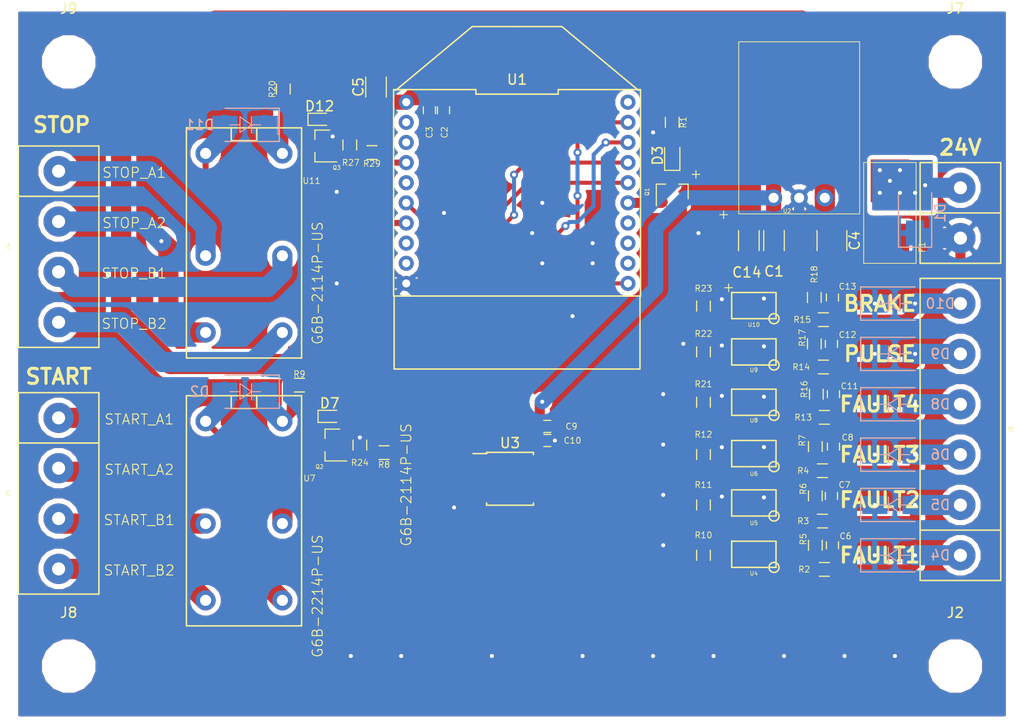
<source format=kicad_pcb>
(kicad_pcb (version 20171130) (host pcbnew "(5.0.0-3-g5ebb6b6)")
  (layers (0 F.Cu signal) (31 B.Cu signal) (34 B.Paste user) (35 F.Paste user) (36 B.SilkS user) (37 F.SilkS user) (38 B.Mask user) (39 F.Mask user) (44 Edge.Cuts user))
  (net 0 "")
  (net 1 GND)
  (net 2 /SYS_3V3)
  (net 3 /EXT_24V)
  (net 4 /EXT_FAULT1)
  (net 5 /EXT_FAULT2)
  (net 6 /EXT_FAULT3)
  (net 7 /EXT_FAULT4)
  (net 8 /EXT_PULSE)
  (net 9 /EXT_BRAKE)
  (net 10 "Net-(D3-Pad1)")
  (net 11 "Net-(D3-Pad2)")
  (net 12 /STOP_B2)
  (net 13 /STOP_B1)
  (net 14 /STOP_A2)
  (net 15 /STOP_A1)
  (net 16 /START_A1)
  (net 17 /START_A2)
  (net 18 /START_B1)
  (net 19 /START_B2)
  (net 20 /XBEE_ASSO)
  (net 21 /OUT_START)
  (net 22 /OUT_STOP)
  (net 23 "Net-(R2-Pad1)")
  (net 24 "Net-(R3-Pad1)")
  (net 25 "Net-(R4-Pad1)")
  (net 26 "Net-(R10-Pad2)")
  (net 27 "Net-(R11-Pad2)")
  (net 28 "Net-(R12-Pad2)")
  (net 29 "Net-(R13-Pad1)")
  (net 30 "Net-(R14-Pad1)")
  (net 31 "Net-(R15-Pad1)")
  (net 32 "Net-(R21-Pad2)")
  (net 33 "Net-(R22-Pad2)")
  (net 34 "Net-(R23-Pad2)")
  (net 35 /IN_PULSE)
  (net 36 /IN_FAULT4)
  (net 37 /IN_FAULT3)
  (net 38 /IN_FAULT2)
  (net 39 /IN_FAULT1)
  (net 40 /IN_BRAKE)
  (net 41 "Net-(D1-PadA)")
  (net 42 "Net-(Q2-PadG)")
  (net 43 "Net-(Q3-PadG)")
  (net 44 "Net-(D2-PadC)")
  (net 45 "Net-(D2-PadA)")
  (net 46 "Net-(D11-PadC)")
  (net 47 "Net-(D11-PadA)")
  (net 48 "Net-(J2-Pad1)")
  (net 49 "Net-(J7-Pad1)")
  (net 50 "Net-(J8-Pad1)")
  (net 51 "Net-(J9-Pad1)")
  (net 52 "Net-(U1-Pad20)")
  (net 53 "Net-(U1-Pad2)")
  (net 54 "Net-(U1-Pad3)")
  (net 55 /~XBEE_RST)
  (net 56 "Net-(U1-Pad14)")
  (net 57 "Net-(U1-Pad13)")
  (net 58 "Net-(U1-Pad8)")
  (net 59 "Net-(U1-Pad12)")
  (net 60 "Net-(U1-Pad9)")
  (module Klibrary:EL3H7-G (layer F.Cu) (at 129.4 119.1 180)
    (fp_text reference U6 (at 0 -2 180) (layer F.SilkS) (effects (font (size 0.4 0.4) (thickness 0.06))))
    (fp_text value "EL3H7(TA)-VG")
    (pad 4 smd rect (at 3.175 -0.635 180) (size 1.5 0.6) (layers F.Cu F.Paste F.Mask) (net 28 "Net-(R12-Pad2)"))
    (pad 3 smd rect (at 3.175 0.635 180) (size 1.5 0.6) (layers F.Cu F.Paste F.Mask) (net 1 GND))
    (pad 2 smd rect (at -3.175 0.635 180) (size 1.5 0.6) (layers F.Cu F.Paste F.Mask) (net 1 GND))
    (pad 1 smd rect (at -3.175 -0.635 180) (size 1.5 0.6) (layers F.Cu F.Paste F.Mask) (net 25 "Net-(R4-Pad1)"))
  )
  (module Klibrary:EL3H7-G (layer F.Cu) (at 129.4 124 180)
    (fp_text reference U5 (at 0 -2 180) (layer F.SilkS) (effects (font (size 0.4 0.4) (thickness 0.06))))
    (fp_text value "EL3H7(TA)-VG")
    (pad 4 smd rect (at 3.175 -0.635 180) (size 1.5 0.6) (layers F.Cu F.Paste F.Mask) (net 27 "Net-(R11-Pad2)"))
    (pad 3 smd rect (at 3.175 0.635 180) (size 1.5 0.6) (layers F.Cu F.Paste F.Mask) (net 1 GND))
    (pad 2 smd rect (at -3.175 0.635 180) (size 1.5 0.6) (layers F.Cu F.Paste F.Mask) (net 1 GND))
    (pad 1 smd rect (at -3.175 -0.635 180) (size 1.5 0.6) (layers F.Cu F.Paste F.Mask) (net 24 "Net-(R3-Pad1)"))
  )
  (module Klibrary:EL3H7-G (layer F.Cu) (at 129.4 129.1 180)
    (fp_text reference U4 (at 0 -1.9 180) (layer F.SilkS) (effects (font (size 0.4 0.4) (thickness 0.06))))
    (fp_text value "EL3H7(TA)-VG")
    (pad 4 smd rect (at 3.175 -0.635 180) (size 1.5 0.6) (layers F.Cu F.Paste F.Mask) (net 26 "Net-(R10-Pad2)"))
    (pad 3 smd rect (at 3.175 0.635 180) (size 1.5 0.6) (layers F.Cu F.Paste F.Mask) (net 1 GND))
    (pad 2 smd rect (at -3.175 0.635 180) (size 1.5 0.6) (layers F.Cu F.Paste F.Mask) (net 1 GND))
    (pad 1 smd rect (at -3.175 -0.635 180) (size 1.5 0.6) (layers F.Cu F.Paste F.Mask) (net 23 "Net-(R2-Pad1)"))
  )
  (module Klibrary:EL3H7-G (layer F.Cu) (at 129.4 104.4 180)
    (fp_text reference U10 (at 0 -1.9 180) (layer F.SilkS) (effects (font (size 0.4 0.4) (thickness 0.06))))
    (fp_text value "EL3H7(TA)-VG")
    (pad 4 smd rect (at 3.175 -0.635 180) (size 1.5 0.6) (layers F.Cu F.Paste F.Mask) (net 34 "Net-(R23-Pad2)"))
    (pad 3 smd rect (at 3.175 0.635 180) (size 1.5 0.6) (layers F.Cu F.Paste F.Mask) (net 1 GND))
    (pad 2 smd rect (at -3.175 0.635 180) (size 1.5 0.6) (layers F.Cu F.Paste F.Mask) (net 1 GND))
    (pad 1 smd rect (at -3.175 -0.635 180) (size 1.5 0.6) (layers F.Cu F.Paste F.Mask) (net 31 "Net-(R15-Pad1)"))
  )
  (module Klibrary:EL3H7-G (layer F.Cu) (at 129.4 109 180)
    (fp_text reference U9 (at 0 -1.8 180) (layer F.SilkS) (effects (font (size 0.4 0.4) (thickness 0.06))))
    (fp_text value "EL3H7(TA)-VG")
    (pad 4 smd rect (at 3.175 -0.635 180) (size 1.5 0.6) (layers F.Cu F.Paste F.Mask) (net 33 "Net-(R22-Pad2)"))
    (pad 3 smd rect (at 3.175 0.635 180) (size 1.5 0.6) (layers F.Cu F.Paste F.Mask) (net 1 GND))
    (pad 2 smd rect (at -3.175 0.635 180) (size 1.5 0.6) (layers F.Cu F.Paste F.Mask) (net 1 GND))
    (pad 1 smd rect (at -3.175 -0.635 180) (size 1.5 0.6) (layers F.Cu F.Paste F.Mask) (net 30 "Net-(R14-Pad1)"))
  )
  (module Klibrary:EL3H7-G (layer F.Cu) (at 129.4 114 180)
    (fp_text reference U8 (at 0 -1.8 180) (layer F.SilkS) (effects (font (size 0.4 0.4) (thickness 0.06))))
    (fp_text value "EL3H7(TA)-VG")
    (pad 4 smd rect (at 3.175 -0.635 180) (size 1.5 0.6) (layers F.Cu F.Paste F.Mask) (net 32 "Net-(R21-Pad2)"))
    (pad 3 smd rect (at 3.175 0.635 180) (size 1.5 0.6) (layers F.Cu F.Paste F.Mask) (net 1 GND))
    (pad 2 smd rect (at -3.175 0.635 180) (size 1.5 0.6) (layers F.Cu F.Paste F.Mask) (net 1 GND))
    (pad 1 smd rect (at -3.175 -0.635 180) (size 1.5 0.6) (layers F.Cu F.Paste F.Mask) (net 29 "Net-(R13-Pad1)"))
  )
  (module Klibrary:omron_relay_P6B_holder (layer F.Cu) (at 78.8 126.05 270)
    (fp_text reference U7 (at -4.5 -6.5) (layer F.SilkS) (effects (font (size 0.6 0.6) (thickness 0.08))))
    (fp_text value G6B-2214P-US hide)
    (pad 1 thru_hole circle (at -10.16 3.81 270) (size 2 2) (drill 1.1) (layers *.Cu *.Mask) (net 45 "Net-(D2-PadA)"))
    (pad 3 thru_hole circle (at 0 3.81 270) (size 2 2) (drill 1.1) (layers *.Cu *.Mask) (net 18 /START_B1))
    (pad 4 thru_hole circle (at 7.62 3.81 270) (size 2 2) (drill 1.1) (layers *.Cu *.Mask) (net 19 /START_B2))
    (pad 5 thru_hole circle (at 7.62 -3.81 270) (size 2 2) (drill 1.1) (layers *.Cu *.Mask) (net 17 /START_A2))
    (pad 6 thru_hole circle (at 0 -3.81 270) (size 2 2) (drill 1.1) (layers *.Cu *.Mask) (net 16 /START_A1))
    (pad 8 thru_hole circle (at -10.16 -3.81 270) (size 2 2) (drill 1.1) (layers *.Cu *.Mask) (net 44 "Net-(D2-PadC)"))
  )
  (module Klibrary:omron_relay_P6B_holder (layer F.Cu) (at 78.8 99.45 270)
    (fp_text reference U11 (at -7.44 -6.71) (layer F.SilkS) (effects (font (size 0.6 0.6) (thickness 0.08))))
    (fp_text value G6B-2114P-US hide)
    (pad 1 thru_hole circle (at -10.16 3.81 270) (size 2 2) (drill 1.1) (layers *.Cu *.Mask) (net 47 "Net-(D11-PadA)"))
    (pad 3 thru_hole circle (at 0 3.81 270) (size 2 2) (drill 1.1) (layers *.Cu *.Mask) (net 15 /STOP_A1))
    (pad 4 thru_hole circle (at 7.62 3.81 270) (size 2 2) (drill 1.1) (layers *.Cu *.Mask) (net 14 /STOP_A2))
    (pad 5 thru_hole circle (at 7.62 -3.81 270) (size 2 2) (drill 1.1) (layers *.Cu *.Mask) (net 12 /STOP_B2))
    (pad 6 thru_hole circle (at 0 -3.81 270) (size 2 2) (drill 1.1) (layers *.Cu *.Mask) (net 13 /STOP_B1))
    (pad 8 thru_hole circle (at -10.16 -3.81 270) (size 2 2) (drill 1.1) (layers *.Cu *.Mask) (net 46 "Net-(D11-PadC)"))
  )
  (module Klibrary:D_SMA (layer B.Cu) (at 145.4 95.2 90)
    (fp_text reference D1 (at 0 2.5 90) (layer B.SilkS) (effects (justify mirror)))
    (fp_text value SMAJ30A)
    (pad C smd rect (at -2 0 90) (size 2.5 1.8) (layers B.Cu B.Paste B.Mask) (net 1 GND))
    (pad A smd rect (at 2 0 90) (size 2.5 1.8) (layers B.Cu B.Paste B.Mask) (net 41 "Net-(D1-PadA)"))
  )
  (module Klibrary:littlefuse-omni-blok (layer F.Cu) (at 142.9 95.2 270)
    (fp_text reference F1 (at 3.4 -3.2 270) (layer F.SilkS) (effects (font (size 0.6 0.6) (thickness 0.08))))
    (fp_text value 01550900M)
    (pad 1 smd rect (at -3.19 0 270) (size 4.24 3.81) (layers F.Cu F.Paste F.Mask) (net 41 "Net-(D1-PadA)"))
    (pad 2 smd rect (at 3.19 0 270) (size 4.24 3.81) (layers F.Cu F.Paste F.Mask) (net 3 /EXT_24V))
  )
  (module Klibrary:XBEE900HP (layer F.Cu) (at 105.9 93.2 270)
    (fp_text reference U1 (at -11.25 0) (layer F.SilkS))
    (fp_text value "1528-1392-ND " hide)
    (pad 20 thru_hole circle (at -9 -11 270) (size 1.5 1.5) (drill 0.8) (layers *.Cu *.Mask) (net 52 "Net-(U1-Pad20)"))
    (pad 1 thru_hole circle (at -9 11 270) (size 1.5 1.5) (drill 0.8) (layers *.Cu *.Mask) (net 2 /SYS_3V3))
    (pad 19 thru_hole circle (at -7 -11 270) (size 1.5 1.5) (drill 0.8) (layers *.Cu *.Mask) (net 35 /IN_PULSE))
    (pad 2 thru_hole circle (at -7 11 270) (size 1.5 1.5) (drill 0.8) (layers *.Cu *.Mask) (net 53 "Net-(U1-Pad2)"))
    (pad 18 thru_hole circle (at -5 -11 270) (size 1.5 1.5) (drill 0.8) (layers *.Cu *.Mask) (net 36 /IN_FAULT4))
    (pad 3 thru_hole circle (at -5 11 270) (size 1.5 1.5) (drill 0.8) (layers *.Cu *.Mask) (net 54 "Net-(U1-Pad3)"))
    (pad 17 thru_hole circle (at -3 -11 270) (size 1.5 1.5) (drill 0.8) (layers *.Cu *.Mask) (net 37 /IN_FAULT3))
    (pad 4 thru_hole circle (at -3 11 270) (size 1.5 1.5) (drill 0.8) (layers *.Cu *.Mask) (net 22 /OUT_STOP))
    (pad 16 thru_hole circle (at -1 -11 270) (size 1.5 1.5) (drill 0.8) (layers *.Cu *.Mask) (net 38 /IN_FAULT2))
    (pad 5 thru_hole circle (at -1 11 270) (size 1.5 1.5) (drill 0.8) (layers *.Cu *.Mask) (net 55 /~XBEE_RST))
    (pad 15 thru_hole circle (at 1 -11 270) (size 1.5 1.5) (drill 0.8) (layers *.Cu *.Mask) (net 20 /XBEE_ASSO))
    (pad 6 thru_hole circle (at 1 11 270) (size 1.5 1.5) (drill 0.8) (layers *.Cu *.Mask) (net 39 /IN_FAULT1))
    (pad 14 thru_hole circle (at 3 -11 270) (size 1.5 1.5) (drill 0.8) (layers *.Cu *.Mask) (net 56 "Net-(U1-Pad14)"))
    (pad 7 thru_hole circle (at 3 11 270) (size 1.5 1.5) (drill 0.8) (layers *.Cu *.Mask) (net 21 /OUT_START))
    (pad 13 thru_hole circle (at 5 -11 270) (size 1.5 1.5) (drill 0.8) (layers *.Cu *.Mask) (net 57 "Net-(U1-Pad13)"))
    (pad 8 thru_hole circle (at 5 11 270) (size 1.5 1.5) (drill 0.8) (layers *.Cu *.Mask) (net 58 "Net-(U1-Pad8)"))
    (pad 12 thru_hole circle (at 7 -11 270) (size 1.5 1.5) (drill 0.8) (layers *.Cu *.Mask) (net 59 "Net-(U1-Pad12)"))
    (pad 9 thru_hole circle (at 7 11 270) (size 1.5 1.5) (drill 0.8) (layers *.Cu *.Mask) (net 60 "Net-(U1-Pad9)"))
    (pad 11 thru_hole circle (at 9 -11 270) (size 1.5 1.5) (drill 0.8) (layers *.Cu *.Mask) (net 40 /IN_BRAKE))
    (pad 10 thru_hole circle (at 9 11 270) (size 1.5 1.5) (drill 0.8) (layers *.Cu *.Mask) (net 1 GND))
  )
  (module Package_SO:TSSOP-14_4.4x5mm_P0.65mm (layer F.Cu) (at 105.2 121.6)
    (fp_text reference U3 (at 0 -3.55) (layer F.SilkS))
    (fp_text value SN74LV14APWR)
    (pad 1 smd rect (at -2.95 -1.95) (size 1.45 0.45) (layers F.Cu F.Paste F.Mask) (net 26 "Net-(R10-Pad2)"))
    (pad 2 smd rect (at -2.95 -1.3) (size 1.45 0.45) (layers F.Cu F.Paste F.Mask) (net 39 /IN_FAULT1))
    (pad 3 smd rect (at -2.95 -0.65) (size 1.45 0.45) (layers F.Cu F.Paste F.Mask) (net 27 "Net-(R11-Pad2)"))
    (pad 4 smd rect (at -2.95 0) (size 1.45 0.45) (layers F.Cu F.Paste F.Mask) (net 38 /IN_FAULT2))
    (pad 5 smd rect (at -2.95 0.65) (size 1.45 0.45) (layers F.Cu F.Paste F.Mask) (net 28 "Net-(R12-Pad2)"))
    (pad 6 smd rect (at -2.95 1.3) (size 1.45 0.45) (layers F.Cu F.Paste F.Mask) (net 37 /IN_FAULT3))
    (pad 7 smd rect (at -2.95 1.95) (size 1.45 0.45) (layers F.Cu F.Paste F.Mask) (net 1 GND))
    (pad 8 smd rect (at 2.95 1.95) (size 1.45 0.45) (layers F.Cu F.Paste F.Mask) (net 36 /IN_FAULT4))
    (pad 9 smd rect (at 2.95 1.3) (size 1.45 0.45) (layers F.Cu F.Paste F.Mask) (net 32 "Net-(R21-Pad2)"))
    (pad 10 smd rect (at 2.95 0.65) (size 1.45 0.45) (layers F.Cu F.Paste F.Mask) (net 35 /IN_PULSE))
    (pad 11 smd rect (at 2.95 0) (size 1.45 0.45) (layers F.Cu F.Paste F.Mask) (net 33 "Net-(R22-Pad2)"))
    (pad 12 smd rect (at 2.95 -0.65) (size 1.45 0.45) (layers F.Cu F.Paste F.Mask) (net 40 /IN_BRAKE))
    (pad 13 smd rect (at 2.95 -1.3) (size 1.45 0.45) (layers F.Cu F.Paste F.Mask) (net 34 "Net-(R23-Pad2)"))
    (pad 14 smd rect (at 2.95 -1.95) (size 1.45 0.45) (layers F.Cu F.Paste F.Mask) (net 2 /SYS_3V3))
  )
  (module LED_SMD:LED_0603_1608Metric_Pad0.82x1.00mm_HandSolder (layer F.Cu) (at 121.3 89.5 90)
    (fp_text reference D3 (at 0 -1.45 90) (layer F.SilkS))
    (fp_text value GREEN)
    (pad 1 smd rect (at -0.8 0 90) (size 0.82 1) (layers F.Cu F.Paste F.Mask) (net 10 "Net-(D3-Pad1)"))
    (pad 2 smd rect (at 0.8 0 90) (size 0.82 1) (layers F.Cu F.Paste F.Mask) (net 11 "Net-(D3-Pad2)"))
  )
  (module Klibrary:C_0603 (layer F.Cu) (at 98.6 85 270)
    (fp_text reference C2 (at 2.2 -0.1 270) (layer F.SilkS) (effects (font (size 0.6 0.6) (thickness 0.08))))
    (fp_text value 1uF hide)
    (pad 1 smd rect (at -0.75 0 270) (size 0.8 0.75) (layers F.Cu F.Paste F.Mask) (net 2 /SYS_3V3))
    (pad 2 smd rect (at 0.75 0 270) (size 0.8 0.75) (layers F.Cu F.Paste F.Mask) (net 1 GND))
  )
  (module Klibrary:C_0603 (layer F.Cu) (at 97.2 85 270)
    (fp_text reference C3 (at 2.2 0 270) (layer F.SilkS) (effects (font (size 0.6 0.6) (thickness 0.08))))
    (fp_text value 47pF hide)
    (pad 2 smd rect (at 0.75 0 270) (size 0.8 0.75) (layers F.Cu F.Paste F.Mask) (net 1 GND))
    (pad 1 smd rect (at -0.75 0 270) (size 0.8 0.75) (layers F.Cu F.Paste F.Mask) (net 2 /SYS_3V3))
  )
  (module Klibrary:C_0603 (layer F.Cu) (at 137.2 128.2 90)
    (fp_text reference C6 (at 0.9 1.3 180) (layer F.SilkS) (effects (font (size 0.6 0.6) (thickness 0.08))))
    (fp_text value 1uF hide)
    (pad 1 smd rect (at -0.75 0 90) (size 0.8 0.75) (layers F.Cu F.Paste F.Mask) (net 4 /EXT_FAULT1))
    (pad 2 smd rect (at 0.75 0 90) (size 0.8 0.75) (layers F.Cu F.Paste F.Mask) (net 1 GND))
  )
  (module Klibrary:C_0603 (layer F.Cu) (at 137.1 123.3 90)
    (fp_text reference C7 (at 1.1 1.3 180) (layer F.SilkS) (effects (font (size 0.6 0.6) (thickness 0.08))))
    (fp_text value 1uF hide)
    (pad 2 smd rect (at 0.75 0 90) (size 0.8 0.75) (layers F.Cu F.Paste F.Mask) (net 1 GND))
    (pad 1 smd rect (at -0.75 0 90) (size 0.8 0.75) (layers F.Cu F.Paste F.Mask) (net 5 /EXT_FAULT2))
  )
  (module Klibrary:C_0603 (layer F.Cu) (at 137.3 118.4 90)
    (fp_text reference C8 (at 0.9 1.4 180) (layer F.SilkS) (effects (font (size 0.6 0.6) (thickness 0.08))))
    (fp_text value 1uF hide)
    (pad 2 smd rect (at 0.75 0 90) (size 0.8 0.75) (layers F.Cu F.Paste F.Mask) (net 1 GND))
    (pad 1 smd rect (at -0.75 0 90) (size 0.8 0.75) (layers F.Cu F.Paste F.Mask) (net 6 /EXT_FAULT3))
  )
  (module Klibrary:C_0603 (layer F.Cu) (at 108.9 116.4)
    (fp_text reference C9 (at 2.4 0) (layer F.SilkS) (effects (font (size 0.6 0.6) (thickness 0.08))))
    (fp_text value 0.1u hide)
    (pad 1 smd rect (at -0.75 0) (size 0.8 0.75) (layers F.Cu F.Paste F.Mask) (net 2 /SYS_3V3))
    (pad 2 smd rect (at 0.75 0) (size 0.8 0.75) (layers F.Cu F.Paste F.Mask) (net 1 GND))
  )
  (module Klibrary:C_0603 (layer F.Cu) (at 108.9 117.8)
    (fp_text reference C10 (at 2.5 0) (layer F.SilkS) (effects (font (size 0.6 0.6) (thickness 0.08))))
    (fp_text value 1u hide)
    (pad 2 smd rect (at 0.75 0) (size 0.8 0.75) (layers F.Cu F.Paste F.Mask) (net 1 GND))
    (pad 1 smd rect (at -0.75 0) (size 0.8 0.75) (layers F.Cu F.Paste F.Mask) (net 2 /SYS_3V3))
  )
  (module Klibrary:C_0603 (layer F.Cu) (at 137.3 113.2 90)
    (fp_text reference C11 (at 0.8 1.6 180) (layer F.SilkS) (effects (font (size 0.6 0.6) (thickness 0.08))))
    (fp_text value 1uF hide)
    (pad 2 smd rect (at 0.75 0 90) (size 0.8 0.75) (layers F.Cu F.Paste F.Mask) (net 1 GND))
    (pad 1 smd rect (at -0.75 0 90) (size 0.8 0.75) (layers F.Cu F.Paste F.Mask) (net 7 /EXT_FAULT4))
  )
  (module Klibrary:C_0603 (layer F.Cu) (at 137.1 108.2 90)
    (fp_text reference C12 (at 0.9 1.6 180) (layer F.SilkS) (effects (font (size 0.6 0.6) (thickness 0.08))))
    (fp_text value 1uF hide)
    (pad 1 smd rect (at -0.75 0 90) (size 0.8 0.75) (layers F.Cu F.Paste F.Mask) (net 8 /EXT_PULSE))
    (pad 2 smd rect (at 0.75 0 90) (size 0.8 0.75) (layers F.Cu F.Paste F.Mask) (net 1 GND))
  )
  (module Klibrary:C_0603 (layer F.Cu) (at 137.2 103.6 90)
    (fp_text reference C13 (at 1.1 1.5 180) (layer F.SilkS) (effects (font (size 0.6 0.6) (thickness 0.08))))
    (fp_text value 1uF hide)
    (pad 1 smd rect (at -0.75 0 90) (size 0.8 0.75) (layers F.Cu F.Paste F.Mask) (net 9 /EXT_BRAKE))
    (pad 2 smd rect (at 0.75 0 90) (size 0.8 0.75) (layers F.Cu F.Paste F.Mask) (net 1 GND))
  )
  (module Klibrary:R_0603 (layer F.Cu) (at 121.3 86.2 270)
    (fp_text reference R1 (at 0 -1.1 270) (layer F.SilkS) (effects (font (size 0.6 0.6) (thickness 0.08))))
    (fp_text value 1K)
    (pad 1 smd rect (at -0.75 0 270) (size 0.5 0.9) (layers F.Cu F.Paste F.Mask) (net 2 /SYS_3V3))
    (pad 2 smd rect (at 0.75 0 270) (size 0.5 0.9) (layers F.Cu F.Paste F.Mask) (net 11 "Net-(D3-Pad2)"))
  )
  (module Klibrary:R_0603 (layer F.Cu) (at 136.4 130.6)
    (fp_text reference R2 (at -2 0) (layer F.SilkS) (effects (font (size 0.6 0.6) (thickness 0.08))))
    (fp_text value 1K)
    (pad 2 smd rect (at 0.75 0) (size 0.5 0.9) (layers F.Cu F.Paste F.Mask) (net 4 /EXT_FAULT1))
    (pad 1 smd rect (at -0.75 0) (size 0.5 0.9) (layers F.Cu F.Paste F.Mask) (net 23 "Net-(R2-Pad1)"))
  )
  (module Klibrary:R_0603 (layer F.Cu) (at 136.2 125.8)
    (fp_text reference R3 (at -1.9 0) (layer F.SilkS) (effects (font (size 0.6 0.6) (thickness 0.08))))
    (fp_text value 1K)
    (pad 2 smd rect (at 0.75 0) (size 0.5 0.9) (layers F.Cu F.Paste F.Mask) (net 5 /EXT_FAULT2))
    (pad 1 smd rect (at -0.75 0) (size 0.5 0.9) (layers F.Cu F.Paste F.Mask) (net 24 "Net-(R3-Pad1)"))
  )
  (module Klibrary:R_0603 (layer F.Cu) (at 136.2 120.8)
    (fp_text reference R4 (at -1.9 0) (layer F.SilkS) (effects (font (size 0.6 0.6) (thickness 0.08))))
    (fp_text value 1K)
    (pad 1 smd rect (at -0.75 0) (size 0.5 0.9) (layers F.Cu F.Paste F.Mask) (net 25 "Net-(R4-Pad1)"))
    (pad 2 smd rect (at 0.75 0) (size 0.5 0.9) (layers F.Cu F.Paste F.Mask) (net 6 /EXT_FAULT3))
  )
  (module Klibrary:R_0603 (layer F.Cu) (at 135.5 128.2 270)
    (fp_text reference R5 (at -0.6 1.2 90) (layer F.SilkS) (effects (font (size 0.6 0.6) (thickness 0.08))))
    (fp_text value 1M)
    (pad 1 smd rect (at -0.75 0 270) (size 0.5 0.9) (layers F.Cu F.Paste F.Mask) (net 1 GND))
    (pad 2 smd rect (at 0.75 0 270) (size 0.5 0.9) (layers F.Cu F.Paste F.Mask) (net 23 "Net-(R2-Pad1)"))
  )
  (module Klibrary:R_0603 (layer F.Cu) (at 135.5 123.3 270)
    (fp_text reference R6 (at -0.7 1.2 270) (layer F.SilkS) (effects (font (size 0.6 0.6) (thickness 0.08))))
    (fp_text value 1M)
    (pad 1 smd rect (at -0.75 0 270) (size 0.5 0.9) (layers F.Cu F.Paste F.Mask) (net 1 GND))
    (pad 2 smd rect (at 0.75 0 270) (size 0.5 0.9) (layers F.Cu F.Paste F.Mask) (net 24 "Net-(R3-Pad1)"))
  )
  (module Klibrary:R_0603 (layer F.Cu) (at 135.5 118.4 270)
    (fp_text reference R7 (at -0.6 1.3 90) (layer F.SilkS) (effects (font (size 0.6 0.6) (thickness 0.08))))
    (fp_text value 1M)
    (pad 2 smd rect (at 0.75 0 270) (size 0.5 0.9) (layers F.Cu F.Paste F.Mask) (net 25 "Net-(R4-Pad1)"))
    (pad 1 smd rect (at -0.75 0 270) (size 0.5 0.9) (layers F.Cu F.Paste F.Mask) (net 1 GND))
  )
  (module Klibrary:R_0603 (layer F.Cu) (at 92.7 119 180)
    (fp_text reference R8 (at 0 -1.2 180) (layer F.SilkS) (effects (font (size 0.6 0.6) (thickness 0.08))))
    (fp_text value 10)
    (pad 2 smd rect (at 0.75 0 180) (size 0.5 0.9) (layers F.Cu F.Paste F.Mask) (net 42 "Net-(Q2-PadG)"))
    (pad 1 smd rect (at -0.75 0 180) (size 0.5 0.9) (layers F.Cu F.Paste F.Mask) (net 21 /OUT_START))
  )
  (module Klibrary:R_0603 (layer F.Cu) (at 84.3 112.3)
    (fp_text reference R9 (at 0 -1.1) (layer F.SilkS) (effects (font (size 0.6 0.6) (thickness 0.08))))
    (fp_text value 0R)
    (pad 2 smd rect (at 0.75 0) (size 0.5 0.9) (layers F.Cu F.Paste F.Mask) (net 3 /EXT_24V))
    (pad 1 smd rect (at -0.75 0) (size 0.5 0.9) (layers F.Cu F.Paste F.Mask) (net 44 "Net-(D2-PadC)"))
  )
  (module Klibrary:R_0603 (layer F.Cu) (at 124.4 129.2 270)
    (fp_text reference R10 (at -2 0) (layer F.SilkS) (effects (font (size 0.6 0.6) (thickness 0.08))))
    (fp_text value 1K)
    (pad 1 smd rect (at -0.75 0 270) (size 0.5 0.9) (layers F.Cu F.Paste F.Mask) (net 2 /SYS_3V3))
    (pad 2 smd rect (at 0.75 0 270) (size 0.5 0.9) (layers F.Cu F.Paste F.Mask) (net 26 "Net-(R10-Pad2)"))
  )
  (module Klibrary:R_0603 (layer F.Cu) (at 124.4 124.2 270)
    (fp_text reference R11 (at -2 0) (layer F.SilkS) (effects (font (size 0.6 0.6) (thickness 0.08))))
    (fp_text value 1K)
    (pad 1 smd rect (at -0.75 0 270) (size 0.5 0.9) (layers F.Cu F.Paste F.Mask) (net 2 /SYS_3V3))
    (pad 2 smd rect (at 0.75 0 270) (size 0.5 0.9) (layers F.Cu F.Paste F.Mask) (net 27 "Net-(R11-Pad2)"))
  )
  (module Klibrary:R_0603 (layer F.Cu) (at 124.4 119.2 270)
    (fp_text reference R12 (at -2 0) (layer F.SilkS) (effects (font (size 0.6 0.6) (thickness 0.08))))
    (fp_text value 1K)
    (pad 1 smd rect (at -0.75 0 270) (size 0.5 0.9) (layers F.Cu F.Paste F.Mask) (net 2 /SYS_3V3))
    (pad 2 smd rect (at 0.75 0 270) (size 0.5 0.9) (layers F.Cu F.Paste F.Mask) (net 28 "Net-(R12-Pad2)"))
  )
  (module Klibrary:R_0603 (layer F.Cu) (at 136.4 115.5)
    (fp_text reference R13 (at -2.1 0) (layer F.SilkS) (effects (font (size 0.6 0.6) (thickness 0.08))))
    (fp_text value 1K)
    (pad 2 smd rect (at 0.75 0) (size 0.5 0.9) (layers F.Cu F.Paste F.Mask) (net 7 /EXT_FAULT4))
    (pad 1 smd rect (at -0.75 0) (size 0.5 0.9) (layers F.Cu F.Paste F.Mask) (net 29 "Net-(R13-Pad1)"))
  )
  (module Klibrary:R_0603 (layer F.Cu) (at 136.3 110.5)
    (fp_text reference R14 (at -2.2 0) (layer F.SilkS) (effects (font (size 0.6 0.6) (thickness 0.08))))
    (fp_text value 1K)
    (pad 1 smd rect (at -0.75 0) (size 0.5 0.9) (layers F.Cu F.Paste F.Mask) (net 30 "Net-(R14-Pad1)"))
    (pad 2 smd rect (at 0.75 0) (size 0.5 0.9) (layers F.Cu F.Paste F.Mask) (net 8 /EXT_PULSE))
  )
  (module Klibrary:R_0603 (layer F.Cu) (at 136.3 105.8)
    (fp_text reference R15 (at -2.1 0) (layer F.SilkS) (effects (font (size 0.6 0.6) (thickness 0.08))))
    (fp_text value 1K)
    (pad 1 smd rect (at -0.75 0) (size 0.5 0.9) (layers F.Cu F.Paste F.Mask) (net 31 "Net-(R15-Pad1)"))
    (pad 2 smd rect (at 0.75 0) (size 0.5 0.9) (layers F.Cu F.Paste F.Mask) (net 9 /EXT_BRAKE))
  )
  (module Klibrary:R_0603 (layer F.Cu) (at 135.6 113.2 270)
    (fp_text reference R16 (at -0.5 1.2 90) (layer F.SilkS) (effects (font (size 0.6 0.6) (thickness 0.08))))
    (fp_text value 1M)
    (pad 1 smd rect (at -0.75 0 270) (size 0.5 0.9) (layers F.Cu F.Paste F.Mask) (net 1 GND))
    (pad 2 smd rect (at 0.75 0 270) (size 0.5 0.9) (layers F.Cu F.Paste F.Mask) (net 29 "Net-(R13-Pad1)"))
  )
  (module Klibrary:R_0603 (layer F.Cu) (at 135.4 108.2 270)
    (fp_text reference R17 (at -0.6 1.2 90) (layer F.SilkS) (effects (font (size 0.6 0.6) (thickness 0.08))))
    (fp_text value 1M)
    (pad 2 smd rect (at 0.75 0 270) (size 0.5 0.9) (layers F.Cu F.Paste F.Mask) (net 30 "Net-(R14-Pad1)"))
    (pad 1 smd rect (at -0.75 0 270) (size 0.5 0.9) (layers F.Cu F.Paste F.Mask) (net 1 GND))
  )
  (module Klibrary:R_0603 (layer F.Cu) (at 135.4 103.6 270)
    (fp_text reference R18 (at -2.3 0 270) (layer F.SilkS) (effects (font (size 0.6 0.6) (thickness 0.08))))
    (fp_text value 1M)
    (pad 2 smd rect (at 0.75 0 270) (size 0.5 0.9) (layers F.Cu F.Paste F.Mask) (net 31 "Net-(R15-Pad1)"))
    (pad 1 smd rect (at -0.75 0 270) (size 0.5 0.9) (layers F.Cu F.Paste F.Mask) (net 1 GND))
  )
  (module Klibrary:R_0603 (layer F.Cu) (at 82.7 82.9 90)
    (fp_text reference R20 (at 0 -1.1 90) (layer F.SilkS) (effects (font (size 0.6 0.6) (thickness 0.08))))
    (fp_text value 0R)
    (pad 1 smd rect (at -0.75 0 90) (size 0.5 0.9) (layers F.Cu F.Paste F.Mask) (net 46 "Net-(D11-PadC)"))
    (pad 2 smd rect (at 0.75 0 90) (size 0.5 0.9) (layers F.Cu F.Paste F.Mask) (net 3 /EXT_24V))
  )
  (module Klibrary:R_0603 (layer F.Cu) (at 124.4 114 270)
    (fp_text reference R21 (at -1.8 0) (layer F.SilkS) (effects (font (size 0.6 0.6) (thickness 0.08))))
    (fp_text value 1K)
    (pad 2 smd rect (at 0.75 0 270) (size 0.5 0.9) (layers F.Cu F.Paste F.Mask) (net 32 "Net-(R21-Pad2)"))
    (pad 1 smd rect (at -0.75 0 270) (size 0.5 0.9) (layers F.Cu F.Paste F.Mask) (net 2 /SYS_3V3))
  )
  (module Klibrary:R_0603 (layer F.Cu) (at 124.4 109 270)
    (fp_text reference R22 (at -1.8 0) (layer F.SilkS) (effects (font (size 0.6 0.6) (thickness 0.08))))
    (fp_text value 1K)
    (pad 1 smd rect (at -0.75 0 270) (size 0.5 0.9) (layers F.Cu F.Paste F.Mask) (net 2 /SYS_3V3))
    (pad 2 smd rect (at 0.75 0 270) (size 0.5 0.9) (layers F.Cu F.Paste F.Mask) (net 33 "Net-(R22-Pad2)"))
  )
  (module Klibrary:R_0603 (layer F.Cu) (at 124.4 104.45 270)
    (fp_text reference R23 (at -1.75 0) (layer F.SilkS) (effects (font (size 0.6 0.6) (thickness 0.08))))
    (fp_text value 1K)
    (pad 2 smd rect (at 0.75 0 270) (size 0.5 0.9) (layers F.Cu F.Paste F.Mask) (net 34 "Net-(R23-Pad2)"))
    (pad 1 smd rect (at -0.75 0 270) (size 0.5 0.9) (layers F.Cu F.Paste F.Mask) (net 2 /SYS_3V3))
  )
  (module Klibrary:R_0603 (layer F.Cu) (at 90.3 118.25 90)
    (fp_text reference R24 (at -1.75 0 180) (layer F.SilkS) (effects (font (size 0.6 0.6) (thickness 0.08))))
    (fp_text value 4.7K)
    (pad 2 smd rect (at 0.75 0 90) (size 0.5 0.9) (layers F.Cu F.Paste F.Mask) (net 1 GND))
    (pad 1 smd rect (at -0.75 0 90) (size 0.5 0.9) (layers F.Cu F.Paste F.Mask) (net 42 "Net-(Q2-PadG)"))
  )
  (module Klibrary:R_0603 (layer F.Cu) (at 89.3 88.45 90)
    (fp_text reference R27 (at -1.75 0.1) (layer F.SilkS) (effects (font (size 0.6 0.6) (thickness 0.08))))
    (fp_text value 4.7K)
    (pad 2 smd rect (at 0.75 0 90) (size 0.5 0.9) (layers F.Cu F.Paste F.Mask) (net 1 GND))
    (pad 1 smd rect (at -0.75 0 90) (size 0.5 0.9) (layers F.Cu F.Paste F.Mask) (net 43 "Net-(Q3-PadG)"))
  )
  (module Klibrary:Phoenix_PT_2POS_5mm (layer F.Cu) (at 149.9 95.2 270)
    (fp_text reference J1 (at 0 5 270) (layer F.SilkS) (effects (font (size 0.4 0.4) (thickness 0.06))))
    (fp_text value 1935161)
    (pad 1 thru_hole circle (at -2.5 0 270) (size 3 3) (drill 1.3) (layers *.Cu *.Mask) (net 41 "Net-(D1-PadA)"))
    (pad 2 thru_hole circle (at 2.5 0 270) (size 3 3) (drill 1.3) (layers *.Cu *.Mask) (net 1 GND))
  )
  (module Klibrary:Phoenix_PT_4POS_5mm (layer F.Cu) (at 60.4 98.55 270)
    (fp_text reference J4 (at 0 5 270) (layer F.SilkS) (effects (font (size 0.4 0.4) (thickness 0.06))))
    (fp_text value 1935187)
    (pad 1 thru_hole circle (at -7.5 0 270) (size 3 3) (drill 1.3) (layers *.Cu *.Mask) (net 15 /STOP_A1))
    (pad 2 thru_hole circle (at -2.5 0 270) (size 3 3) (drill 1.3) (layers *.Cu *.Mask) (net 14 /STOP_A2))
    (pad 3 thru_hole circle (at 2.5 0 270) (size 3 3) (drill 1.3) (layers *.Cu *.Mask) (net 13 /STOP_B1))
    (pad 4 thru_hole circle (at 7.5 0 270) (size 3 3) (drill 1.3) (layers *.Cu *.Mask) (net 12 /STOP_B2))
  )
  (module Klibrary:Phoenix_PT_4POS_5mm (layer F.Cu) (at 60.4 123.05 270)
    (fp_text reference J5 (at 0 5 270) (layer F.SilkS) (effects (font (size 0.4 0.4) (thickness 0.06))))
    (fp_text value 1935187)
    (pad 4 thru_hole circle (at 7.5 0 270) (size 3 3) (drill 1.3) (layers *.Cu *.Mask) (net 19 /START_B2))
    (pad 3 thru_hole circle (at 2.5 0 270) (size 3 3) (drill 1.3) (layers *.Cu *.Mask) (net 18 /START_B1))
    (pad 2 thru_hole circle (at -2.5 0 270) (size 3 3) (drill 1.3) (layers *.Cu *.Mask) (net 17 /START_A2))
    (pad 1 thru_hole circle (at -7.5 0 270) (size 3 3) (drill 1.3) (layers *.Cu *.Mask) (net 16 /START_A1))
  )
  (module Klibrary:Phoenix_PT_6POS_5mm (layer F.Cu) (at 149.9 116.7 90)
    (fp_text reference J6 (at 0 5 90) (layer F.SilkS) (effects (font (size 0.4 0.4) (thickness 0.06))))
    (fp_text value 1935200)
    (pad 6 thru_hole circle (at 12.5 0 90) (size 3 3) (drill 1.3) (layers *.Cu *.Mask) (net 9 /EXT_BRAKE))
    (pad 5 thru_hole circle (at 7.5 0 90) (size 3 3) (drill 1.3) (layers *.Cu *.Mask) (net 8 /EXT_PULSE))
    (pad 4 thru_hole circle (at 2.5 0 90) (size 3 3) (drill 1.3) (layers *.Cu *.Mask) (net 7 /EXT_FAULT4))
    (pad 3 thru_hole circle (at -2.5 0 90) (size 3 3) (drill 1.3) (layers *.Cu *.Mask) (net 6 /EXT_FAULT3))
    (pad 2 thru_hole circle (at -7.5 0 90) (size 3 3) (drill 1.3) (layers *.Cu *.Mask) (net 5 /EXT_FAULT2))
    (pad 1 thru_hole circle (at -12.5 0 90) (size 3 3) (drill 1.3) (layers *.Cu *.Mask) (net 4 /EXT_FAULT1))
  )
  (module Klibrary:R_0603 (layer F.Cu) (at 91.5 89.2 180)
    (fp_text reference R29 (at 0 -1.1 180) (layer F.SilkS) (effects (font (size 0.6 0.6) (thickness 0.08))))
    (fp_text value 10)
    (pad 2 smd rect (at 0.75 0 180) (size 0.5 0.9) (layers F.Cu F.Paste F.Mask) (net 43 "Net-(Q3-PadG)"))
    (pad 1 smd rect (at -0.75 0 180) (size 0.5 0.9) (layers F.Cu F.Paste F.Mask) (net 22 /OUT_STOP))
  )
  (module Mounting_Holes:MountingHole_4.3mm_M4 (layer F.Cu) (at 149.4 140.2)
    (fp_text reference J2 (at 0 -5.3) (layer F.SilkS))
    (fp_text value MountingHole-M3)
    (pad 1 np_thru_hole circle (at 0 0) (size 4.3 4.3) (drill 4.3) (layers *.Cu *.Mask) (net 48 "Net-(J2-Pad1)"))
  )
  (module Mounting_Holes:MountingHole_4.3mm_M4 (layer F.Cu) (at 149.4 80.2)
    (fp_text reference J7 (at 0 -5.3) (layer F.SilkS))
    (fp_text value MountingHole-M3)
    (pad 1 np_thru_hole circle (at 0 0) (size 4.3 4.3) (drill 4.3) (layers *.Cu *.Mask) (net 49 "Net-(J7-Pad1)"))
  )
  (module Mounting_Holes:MountingHole_4.3mm_M4 (layer F.Cu) (at 61.4 140.2)
    (fp_text reference J8 (at 0 -5.3) (layer F.SilkS))
    (fp_text value MountingHole-M3)
    (pad 1 np_thru_hole circle (at 0 0) (size 4.3 4.3) (drill 4.3) (layers *.Cu *.Mask) (net 50 "Net-(J8-Pad1)"))
  )
  (module Mounting_Holes:MountingHole_4.3mm_M4 (layer F.Cu) (at 61.4 80.2)
    (fp_text reference J9 (at 0 -5.3) (layer F.SilkS))
    (fp_text value MountingHole-M3)
    (pad 1 np_thru_hole circle (at 0 0) (size 4.3 4.3) (drill 4.3) (layers *.Cu *.Mask) (net 51 "Net-(J9-Pad1)"))
  )
  (module Capacitors_SMD:C_1206 (layer F.Cu) (at 131.4 97.95 270)
    (fp_text reference C1 (at 3.05 0) (layer F.SilkS))
    (fp_text value 10uF)
    (pad 2 smd rect (at 1.5 0 270) (size 1 1.6) (layers F.Cu F.Paste F.Mask) (net 1 GND))
    (pad 1 smd rect (at -1.5 0 270) (size 1 1.6) (layers F.Cu F.Paste F.Mask) (net 2 /SYS_3V3))
  )
  (module Capacitors_SMD:C_1210 (layer F.Cu) (at 137.15 97.95 270)
    (fp_text reference C4 (at 0 -2.25 270) (layer F.SilkS))
    (fp_text value 10uF)
    (pad 2 smd rect (at 1.5 0 270) (size 1 2.5) (layers F.Cu F.Paste F.Mask) (net 1 GND))
    (pad 1 smd rect (at -1.5 0 270) (size 1 2.5) (layers F.Cu F.Paste F.Mask) (net 3 /EXT_24V))
  )
  (module Capacitors_SMD:C_1206 (layer F.Cu) (at 91.9 82.7 90)
    (fp_text reference C5 (at 0 -1.75 90) (layer F.SilkS))
    (fp_text value 10uF)
    (pad 1 smd rect (at -1.5 0 90) (size 1 1.6) (layers F.Cu F.Paste F.Mask) (net 2 /SYS_3V3))
    (pad 2 smd rect (at 1.5 0 90) (size 1 1.6) (layers F.Cu F.Paste F.Mask) (net 1 GND))
  )
  (module Capacitors_SMD:C_1206 (layer F.Cu) (at 128.9 97.95 270)
    (fp_text reference C14 (at 3.15 0.2) (layer F.SilkS))
    (fp_text value 10uF)
    (pad 2 smd rect (at 1.5 0 270) (size 1 1.6) (layers F.Cu F.Paste F.Mask) (net 1 GND))
    (pad 1 smd rect (at -1.5 0 270) (size 1 1.6) (layers F.Cu F.Paste F.Mask) (net 2 /SYS_3V3))
  )
  (module Klibrary:D_SMA (layer B.Cu) (at 143.4 129.2)
    (fp_text reference D4 (at 4.5 0) (layer B.SilkS) (effects (justify mirror)))
    (fp_text value SMAJ30A)
    (pad C smd rect (at -2 0) (size 2.5 1.8) (layers B.Cu B.Paste B.Mask) (net 1 GND))
    (pad A smd rect (at 2 0) (size 2.5 1.8) (layers B.Cu B.Paste B.Mask) (net 4 /EXT_FAULT1))
  )
  (module Klibrary:D_SMA (layer B.Cu) (at 143.4 124.2)
    (fp_text reference D5 (at 4.5 0) (layer B.SilkS) (effects (justify mirror)))
    (fp_text value SMAJ30A)
    (pad C smd rect (at -2 0) (size 2.5 1.8) (layers B.Cu B.Paste B.Mask) (net 1 GND))
    (pad A smd rect (at 2 0) (size 2.5 1.8) (layers B.Cu B.Paste B.Mask) (net 5 /EXT_FAULT2))
  )
  (module Klibrary:D_SMA (layer B.Cu) (at 143.4 119.2)
    (fp_text reference D6 (at 4.5 0) (layer B.SilkS) (effects (justify mirror)))
    (fp_text value SMAJ30A)
    (pad A smd rect (at 2 0) (size 2.5 1.8) (layers B.Cu B.Paste B.Mask) (net 6 /EXT_FAULT3))
    (pad C smd rect (at -2 0) (size 2.5 1.8) (layers B.Cu B.Paste B.Mask) (net 1 GND))
  )
  (module Klibrary:D_SMA (layer B.Cu) (at 143.4 114.2)
    (fp_text reference D8 (at 4.5 0) (layer B.SilkS) (effects (justify mirror)))
    (fp_text value SMAJ30A)
    (pad A smd rect (at 2 0) (size 2.5 1.8) (layers B.Cu B.Paste B.Mask) (net 7 /EXT_FAULT4))
    (pad C smd rect (at -2 0) (size 2.5 1.8) (layers B.Cu B.Paste B.Mask) (net 1 GND))
  )
  (module Klibrary:D_SMA (layer B.Cu) (at 143.4 109.2)
    (fp_text reference D9 (at 4.5 0) (layer B.SilkS) (effects (justify mirror)))
    (fp_text value SMAJ30A)
    (pad C smd rect (at -2 0) (size 2.5 1.8) (layers B.Cu B.Paste B.Mask) (net 1 GND))
    (pad A smd rect (at 2 0) (size 2.5 1.8) (layers B.Cu B.Paste B.Mask) (net 8 /EXT_PULSE))
  )
  (module Klibrary:D_SMA (layer B.Cu) (at 143.4 104.2)
    (fp_text reference D10 (at 4.5 0) (layer B.SilkS) (effects (justify mirror)))
    (fp_text value SMAJ30A)
    (pad A smd rect (at 2 0) (size 2.5 1.8) (layers B.Cu B.Paste B.Mask) (net 9 /EXT_BRAKE))
    (pad C smd rect (at -2 0) (size 2.5 1.8) (layers B.Cu B.Paste B.Mask) (net 1 GND))
  )
  (module Diodes_SMD:D_SOD-523 (layer F.Cu) (at 87.3 115.4)
    (fp_text reference D7 (at 0 -1.3) (layer F.SilkS))
    (fp_text value DB2S31600L hide)
    (pad 1 smd rect (at -0.7 0 180) (size 0.6 0.7) (layers F.Cu F.Paste F.Mask) (net 45 "Net-(D2-PadA)"))
    (pad 2 smd rect (at 0.7 0 180) (size 0.6 0.7) (layers F.Cu F.Paste F.Mask) (net 1 GND))
  )
  (module Klibrary:D_SMA (layer B.Cu) (at 78.9 86.45 180)
    (fp_text reference D11 (at 4.5 0 180) (layer B.SilkS) (effects (justify mirror)))
    (fp_text value B240A-13-F)
    (pad C smd rect (at -2 0 180) (size 2.5 1.8) (layers B.Cu B.Paste B.Mask) (net 46 "Net-(D11-PadC)"))
    (pad A smd rect (at 2 0 180) (size 2.5 1.8) (layers B.Cu B.Paste B.Mask) (net 47 "Net-(D11-PadA)"))
  )
  (module Diodes_SMD:D_SOD-523 (layer F.Cu) (at 86.3 85.9)
    (fp_text reference D12 (at 0 -1.3) (layer F.SilkS))
    (fp_text value DB2S31600L hide)
    (pad 2 smd rect (at 0.7 0 180) (size 0.6 0.7) (layers F.Cu F.Paste F.Mask) (net 1 GND))
    (pad 1 smd rect (at -0.7 0 180) (size 0.6 0.7) (layers F.Cu F.Paste F.Mask) (net 47 "Net-(D11-PadA)"))
  )
  (module Klibrary:D_SMA (layer B.Cu) (at 78.9 112.95 180)
    (fp_text reference D2 (at 4.5 0 180) (layer B.SilkS) (effects (justify mirror)))
    (fp_text value B240A-13-F)
    (pad C smd rect (at -2 0 180) (size 2.5 1.8) (layers B.Cu B.Paste B.Mask) (net 44 "Net-(D2-PadC)"))
    (pad A smd rect (at 2 0 180) (size 2.5 1.8) (layers B.Cu B.Paste B.Mask) (net 45 "Net-(D2-PadA)"))
  )
  (module Klibrary:SOT-23_NMOSGSD (layer F.Cu) (at 121.3 93.1 90)
    (fp_text reference Q1 (at 0 -2.5 90) (layer F.SilkS) (effects (font (size 0.4 0.4) (thickness 0.06))))
    (fp_text value BSS138L)
    (pad G smd rect (at -1 -0.95 90) (size 0.9 0.8) (layers F.Cu F.Paste F.Mask) (net 20 /XBEE_ASSO))
    (pad S smd rect (at -1 0.95 90) (size 0.9 0.8) (layers F.Cu F.Paste F.Mask) (net 1 GND))
    (pad D smd rect (at 1 0 90) (size 0.9 0.8) (layers F.Cu F.Paste F.Mask) (net 10 "Net-(D3-Pad1)"))
  )
  (module Klibrary:SOT-23_NMOSGSD (layer F.Cu) (at 87.6 118.25 180)
    (fp_text reference Q2 (at 1.3 -2.15 180) (layer F.SilkS) (effects (font (size 0.4 0.4) (thickness 0.06))))
    (fp_text value BSS138L)
    (pad D smd rect (at 1 0 180) (size 0.9 0.8) (layers F.Cu F.Paste F.Mask) (net 45 "Net-(D2-PadA)"))
    (pad S smd rect (at -1 0.95 180) (size 0.9 0.8) (layers F.Cu F.Paste F.Mask) (net 1 GND))
    (pad G smd rect (at -1 -0.95 180) (size 0.9 0.8) (layers F.Cu F.Paste F.Mask) (net 42 "Net-(Q2-PadG)"))
  )
  (module Klibrary:SOT-23_NMOSGSD (layer F.Cu) (at 86.6 88.55 180)
    (fp_text reference Q3 (at -1.4 -2.15 180) (layer F.SilkS) (effects (font (size 0.4 0.4) (thickness 0.06))))
    (fp_text value BSS138L)
    (pad D smd rect (at 1 0 180) (size 0.9 0.8) (layers F.Cu F.Paste F.Mask) (net 47 "Net-(D11-PadA)"))
    (pad S smd rect (at -1 0.95 180) (size 0.9 0.8) (layers F.Cu F.Paste F.Mask) (net 1 GND))
    (pad G smd rect (at -1 -0.95 180) (size 0.9 0.8) (layers F.Cu F.Paste F.Mask) (net 43 "Net-(Q3-PadG)"))
  )
  (module Klibrary:OKI-78SR (layer F.Cu) (at 133.9 93.7)
    (fp_text reference U2 (at -1.2 1.3) (layer F.SilkS) (effects (font (size 0.4 0.4) (thickness 0.06))))
    (fp_text value "OKI-78SR-3.3/1.5-W36-C " hide)
    (pad 1 thru_hole circle (at 2.54 0) (size 1.7 1.7) (drill 1) (layers *.Cu *.Mask) (net 3 /EXT_24V))
    (pad 2 thru_hole circle (at 0 0) (size 1.7 1.7) (drill 1) (layers *.Cu *.Mask) (net 1 GND))
    (pad 3 thru_hole circle (at -2.54 0) (size 1.7 1.7) (drill 1) (layers *.Cu *.Mask) (net 2 /SYS_3V3))
  )
  (gr_text STOP_B1 (at 67.9 101.2) (layer F.SilkS) (effects (font (size 1 1) (thickness 0.1))))
  (gr_text G6B-2114P-US (at 86.1 102.17 90) (layer F.SilkS) (effects (font (size 1 1) (thickness 0.1))))
  (gr_text FAULT3 (at 141.9 119.2) (layer F.SilkS) (effects (font (size 1.5 1.5) (thickness 0.3))))
  (gr_text BRAKE (at 141.9 104.2) (layer F.SilkS) (effects (font (size 1.5 1.5) (thickness 0.3))))
  (gr_text + (at 126.4 95.45 180) (layer F.SilkS) (effects (font (size 1 1) (thickness 0.1))))
  (gr_text + (at 123.65 91.45 180) (layer F.SilkS) (effects (font (size 1 1) (thickness 0.1))))
  (gr_text + (at 126.9 102.7 180) (layer F.SilkS) (effects (font (size 1 1) (thickness 0.1))))
  (gr_text G6B-2114P-US (at 94.9 122.2 90) (layer F.SilkS) (effects (font (size 1 1) (thickness 0.1))))
  (gr_text G6B-2214P-US (at 86.1 133.25 90) (layer F.SilkS) (effects (font (size 1 1) (thickness 0.1))))
  (gr_text STOP_B2 (at 67.9 106.2) (layer F.SilkS) (effects (font (size 1 1) (thickness 0.1))))
  (gr_text FAULT1 (at 141.9 129.2) (layer F.SilkS) (effects (font (size 1.5 1.5) (thickness 0.3))))
  (gr_text FAULT2 (at 141.9 123.7) (layer F.SilkS) (effects (font (size 1.5 1.5) (thickness 0.3))))
  (gr_text FAULT4 (at 141.9 114.2) (layer F.SilkS) (effects (font (size 1.5 1.5) (thickness 0.3))))
  (gr_text PULSE (at 141.9 109.2) (layer F.SilkS) (effects (font (size 1.5 1.5) (thickness 0.3))))
  (gr_text START_A1 (at 68.4 115.7) (layer F.SilkS) (effects (font (size 1 1) (thickness 0.1))))
  (gr_text START_B1 (at 68.4 125.7) (layer F.SilkS) (effects (font (size 1 1) (thickness 0.1))))
  (gr_text START_B2 (at 68.4 130.7) (layer F.SilkS) (effects (font (size 1 1) (thickness 0.1))))
  (gr_text START_A2 (at 68.4 120.7) (layer F.SilkS) (effects (font (size 1 1) (thickness 0.1))))
  (gr_text STOP_A2 (at 67.9 96.2) (layer F.SilkS) (effects (font (size 1 1) (thickness 0.1))))
  (gr_text STOP_A1 (at 67.9 91.2) (layer F.SilkS) (effects (font (size 1 1) (thickness 0.1))))
  (gr_text 24V (at 149.9 88.7) (layer F.SilkS) (effects (font (size 1.5 1.5) (thickness 0.3))))
  (gr_text STOP (at 60.7 86.45) (layer F.SilkS) (effects (font (size 1.5 1.5) (thickness 0.3))))
  (gr_text START (at 60.4 111.45) (layer F.SilkS) (effects (font (size 1.5 1.5) (thickness 0.3))))
  (segment (start 133.59 127.45) (end 132.575 128.465) (width 0.6) (layer F.Cu) (net 1))
  (segment (start 135.5 127.45) (end 133.59 127.45) (width 0.6) (layer F.Cu) (net 1))
  (segment (start 135.5 127.45) (end 137.2 127.45) (width 0.6) (layer F.Cu) (net 1))
  (segment (start 137.2 127.45) (end 141.25 127.45) (width 1) (layer F.Cu) (net 1))
  (via (at 141.4 129.2) (size 0.8) (drill 0.4) (layers F.Cu B.Cu) (net 1))
  (segment (start 141.4 127.6) (end 141.4 129.2) (width 1) (layer F.Cu) (net 1))
  (segment (start 141.25 127.45) (end 141.4 127.6) (width 1) (layer F.Cu) (net 1))
  (segment (start 133.39 122.55) (end 132.575 123.365) (width 0.6) (layer F.Cu) (net 1))
  (segment (start 135.5 122.55) (end 133.39 122.55) (width 0.6) (layer F.Cu) (net 1))
  (segment (start 135.5 122.55) (end 137.1 122.55) (width 0.6) (layer F.Cu) (net 1))
  (segment (start 137.1 122.55) (end 141.05 122.55) (width 1) (layer F.Cu) (net 1))
  (via (at 141.4 124.2) (size 0.8) (drill 0.4) (layers F.Cu B.Cu) (net 1))
  (segment (start 141.4 122.9) (end 141.4 124.2) (width 1) (layer F.Cu) (net 1))
  (segment (start 141.05 122.55) (end 141.4 122.9) (width 1) (layer F.Cu) (net 1))
  (segment (start 133.39 117.65) (end 132.575 118.465) (width 0.6) (layer F.Cu) (net 1))
  (segment (start 135.5 117.65) (end 133.39 117.65) (width 0.6) (layer F.Cu) (net 1))
  (segment (start 135.5 117.65) (end 137.3 117.65) (width 0.6) (layer F.Cu) (net 1))
  (segment (start 137.3 117.65) (end 141.05 117.65) (width 1) (layer F.Cu) (net 1))
  (via (at 141.4 119.2) (size 0.8) (drill 0.4) (layers F.Cu B.Cu) (net 1))
  (segment (start 141.4 118) (end 141.4 119.2) (width 1) (layer F.Cu) (net 1))
  (segment (start 141.05 117.65) (end 141.4 118) (width 1) (layer F.Cu) (net 1))
  (segment (start 133.49 112.45) (end 132.575 113.365) (width 0.6) (layer F.Cu) (net 1))
  (segment (start 135.6 112.45) (end 133.49 112.45) (width 0.6) (layer F.Cu) (net 1))
  (segment (start 135.6 112.45) (end 137.3 112.45) (width 0.6) (layer F.Cu) (net 1))
  (via (at 141.4 114.2) (size 0.8) (drill 0.4) (layers F.Cu B.Cu) (net 1))
  (segment (start 141.4 113.2) (end 141.4 114.2) (width 1) (layer F.Cu) (net 1))
  (segment (start 137.3 112.45) (end 138.675 112.45) (width 1) (layer F.Cu) (net 1))
  (segment (start 138.675 112.45) (end 138.725 112.5) (width 1) (layer F.Cu) (net 1))
  (segment (start 138.725 112.5) (end 140.7 112.5) (width 1) (layer F.Cu) (net 1))
  (segment (start 140.7 112.5) (end 141.4 113.2) (width 1) (layer F.Cu) (net 1))
  (segment (start 133.49 107.45) (end 132.575 108.365) (width 0.6) (layer F.Cu) (net 1))
  (segment (start 135.4 107.45) (end 133.49 107.45) (width 0.6) (layer F.Cu) (net 1))
  (segment (start 135.4 107.45) (end 137.1 107.45) (width 0.6) (layer F.Cu) (net 1))
  (segment (start 137.1 107.45) (end 141.25 107.45) (width 1) (layer F.Cu) (net 1))
  (segment (start 141.4 107.6) (end 141.4 109.2) (width 1) (layer F.Cu) (net 1))
  (via (at 141.4 109.2) (size 0.8) (drill 0.4) (layers F.Cu B.Cu) (net 1))
  (segment (start 141.25 107.45) (end 141.4 107.6) (width 1) (layer F.Cu) (net 1))
  (segment (start 133.49 102.85) (end 132.575 103.765) (width 0.6) (layer F.Cu) (net 1))
  (segment (start 135.4 102.85) (end 133.49 102.85) (width 0.6) (layer F.Cu) (net 1))
  (segment (start 135.4 102.85) (end 137.2 102.85) (width 0.6) (layer F.Cu) (net 1))
  (segment (start 137.2 102.85) (end 140.85 102.85) (width 1) (layer F.Cu) (net 1))
  (via (at 141.4 104.2) (size 0.8) (drill 0.4) (layers F.Cu B.Cu) (net 1))
  (segment (start 141.4 103.4) (end 141.4 104.2) (width 1) (layer F.Cu) (net 1))
  (segment (start 140.85 102.85) (end 141.4 103.4) (width 1) (layer F.Cu) (net 1))
  (segment (start 145.9 97.7) (end 145.4 97.2) (width 2) (layer B.Cu) (net 1))
  (segment (start 149.9 97.7) (end 145.9 97.7) (width 2) (layer B.Cu) (net 1))
  (segment (start 87 85.9) (end 87 83) (width 1) (layer F.Cu) (net 1))
  (segment (start 88.8 81.2) (end 91.9 81.2) (width 1) (layer F.Cu) (net 1))
  (segment (start 87 83) (end 88.8 81.2) (width 1) (layer F.Cu) (net 1))
  (segment (start 87.6 86.5) (end 87 85.9) (width 1) (layer F.Cu) (net 1))
  (segment (start 87.6 87.6) (end 87.6 86.5) (width 1) (layer F.Cu) (net 1))
  (segment (start 89.2 87.6) (end 89.3 87.7) (width 1) (layer F.Cu) (net 1))
  (segment (start 87.6 87.6) (end 89.2 87.6) (width 1) (layer F.Cu) (net 1))
  (segment (start 97.2 85.75) (end 98.6 85.75) (width 1) (layer F.Cu) (net 1))
  (segment (start 88.6 116) (end 88 115.4) (width 1) (layer F.Cu) (net 1))
  (segment (start 88.6 117.3) (end 88.6 116) (width 1) (layer F.Cu) (net 1))
  (segment (start 90.1 117.3) (end 90.3 117.5) (width 1) (layer F.Cu) (net 1))
  (segment (start 88.6 117.3) (end 90.1 117.3) (width 1) (layer F.Cu) (net 1))
  (segment (start 109.65 117.8) (end 109.65 116.4) (width 1) (layer F.Cu) (net 1))
  (segment (start 128.9 99.45) (end 131.4 99.45) (width 1) (layer F.Cu) (net 1))
  (segment (start 133.9 93.7) (end 133.9 99.1) (width 1) (layer F.Cu) (net 1))
  (segment (start 133.55 99.45) (end 131.4 99.45) (width 1) (layer F.Cu) (net 1))
  (segment (start 133.9 99.1) (end 133.55 99.45) (width 1) (layer F.Cu) (net 1))
  (segment (start 134.25 99.45) (end 137.15 99.45) (width 1) (layer F.Cu) (net 1))
  (segment (start 133.9 99.1) (end 134.25 99.45) (width 1) (layer F.Cu) (net 1))
  (segment (start 137.15 100.95) (end 137.65 101.45) (width 1) (layer F.Cu) (net 1))
  (segment (start 137.15 99.45) (end 137.15 100.95) (width 1) (layer F.Cu) (net 1))
  (segment (start 137.65 101.45) (end 148.65 101.45) (width 1) (layer F.Cu) (net 1))
  (segment (start 149.9 100.2) (end 149.9 97.7) (width 1) (layer F.Cu) (net 1))
  (segment (start 148.65 101.45) (end 149.9 100.2) (width 1) (layer F.Cu) (net 1))
  (segment (start 129.385 128.465) (end 126.225 128.465) (width 1) (layer F.Cu) (net 1))
  (segment (start 131.4 99.45) (end 131.4 100.95) (width 1) (layer F.Cu) (net 1))
  (segment (start 130.4 127.45) (end 129.385 128.465) (width 1) (layer F.Cu) (net 1))
  (segment (start 131.4 100.95) (end 130.4 101.95) (width 1) (layer F.Cu) (net 1))
  (via (at 130.4 123.45) (size 0.8) (drill 0.4) (layers F.Cu B.Cu) (net 1))
  (segment (start 130.4 123.45) (end 130.4 127.45) (width 1) (layer F.Cu) (net 1))
  (via (at 126.225 123.365) (size 0.8) (drill 0.4) (layers F.Cu B.Cu) (net 1))
  (segment (start 126.31 123.45) (end 126.225 123.365) (width 1) (layer B.Cu) (net 1))
  (segment (start 130.4 123.45) (end 126.31 123.45) (width 1) (layer B.Cu) (net 1))
  (via (at 126.225 118.465) (size 0.8) (drill 0.4) (layers F.Cu B.Cu) (net 1))
  (via (at 130.4 118.45) (size 0.8) (drill 0.4) (layers F.Cu B.Cu) (net 1))
  (segment (start 130.4 118.45) (end 130.4 123.45) (width 1) (layer F.Cu) (net 1))
  (segment (start 130.385 118.465) (end 130.4 118.45) (width 1) (layer B.Cu) (net 1))
  (segment (start 126.225 118.465) (end 130.385 118.465) (width 1) (layer B.Cu) (net 1))
  (via (at 126.225 113.365) (size 0.8) (drill 0.4) (layers F.Cu B.Cu) (net 1))
  (segment (start 130.4 113.45) (end 130.4 118.45) (width 1) (layer F.Cu) (net 1))
  (via (at 130.4 113.45) (size 0.8) (drill 0.4) (layers F.Cu B.Cu) (net 1))
  (segment (start 126.225 113.365) (end 130.315 113.365) (width 1) (layer B.Cu) (net 1))
  (segment (start 130.315 113.365) (end 130.4 113.45) (width 1) (layer B.Cu) (net 1))
  (via (at 126.225 108.365) (size 0.8) (drill 0.4) (layers F.Cu B.Cu) (net 1))
  (via (at 130.4 108.45) (size 0.8) (drill 0.4) (layers F.Cu B.Cu) (net 1))
  (segment (start 130.4 108.45) (end 130.4 113.45) (width 1) (layer F.Cu) (net 1))
  (segment (start 130.315 108.365) (end 130.4 108.45) (width 1) (layer B.Cu) (net 1))
  (segment (start 126.225 108.365) (end 130.315 108.365) (width 1) (layer B.Cu) (net 1))
  (via (at 126.225 103.765) (size 0.8) (drill 0.4) (layers F.Cu B.Cu) (net 1))
  (via (at 130.4 103.7) (size 0.8) (drill 0.4) (layers F.Cu B.Cu) (net 1))
  (segment (start 130.4 101.95) (end 130.4 103.7) (width 1) (layer F.Cu) (net 1))
  (segment (start 130.4 103.7) (end 130.4 108.45) (width 1) (layer F.Cu) (net 1))
  (segment (start 126.225 103.765) (end 130.335 103.765) (width 1) (layer B.Cu) (net 1))
  (segment (start 130.335 103.765) (end 130.4 103.7) (width 1) (layer B.Cu) (net 1))
  (segment (start 122.25 97.2) (end 123.9 97.2) (width 1) (layer F.Cu) (net 1))
  (via (at 123.9 97.2) (size 0.8) (drill 0.4) (layers F.Cu B.Cu) (net 1))
  (segment (start 122.25 97.2) (end 122.25 94.1) (width 1) (layer F.Cu) (net 1))
  (segment (start 123.9 97.2) (end 132.65 97.2) (width 1) (layer B.Cu) (net 1))
  (segment (start 133.9 95.95) (end 133.9 93.7) (width 1) (layer B.Cu) (net 1))
  (segment (start 132.65 97.2) (end 133.9 95.95) (width 1) (layer B.Cu) (net 1))
  (via (at 88 93.1) (size 0.8) (drill 0.4) (layers F.Cu B.Cu) (net 1))
  (via (at 87.6 87.6) (size 0.8) (drill 0.4) (layers F.Cu B.Cu) (net 1))
  (segment (start 88 88) (end 87.6 87.6) (width 1) (layer B.Cu) (net 1))
  (segment (start 88 93.1) (end 88 88) (width 1) (layer B.Cu) (net 1))
  (via (at 88 102.2) (size 0.8) (drill 0.4) (layers F.Cu B.Cu) (net 1))
  (segment (start 94.9 102.2) (end 88 102.2) (width 1) (layer B.Cu) (net 1))
  (segment (start 88 102.2) (end 88 93.1) (width 1) (layer F.Cu) (net 1))
  (segment (start 88 115.4) (end 88 102.2) (width 1) (layer F.Cu) (net 1))
  (via (at 99.65 124.45) (size 0.8) (drill 0.4) (layers F.Cu B.Cu) (net 1))
  (segment (start 100.55 123.55) (end 99.65 124.45) (width 0.4) (layer F.Cu) (net 1))
  (segment (start 102.25 123.55) (end 100.55 123.55) (width 0.4) (layer F.Cu) (net 1))
  (via (at 90.3 117.5) (size 0.8) (drill 0.4) (layers F.Cu B.Cu) (net 1))
  (segment (start 99.65 120.45) (end 96.7 117.5) (width 0.4) (layer B.Cu) (net 1))
  (segment (start 96.7 117.5) (end 90.3 117.5) (width 0.4) (layer B.Cu) (net 1))
  (segment (start 99.65 124.45) (end 99.65 120.45) (width 0.4) (layer B.Cu) (net 1))
  (via (at 109.65 117.8) (size 0.8) (drill 0.4) (layers F.Cu B.Cu) (net 1))
  (segment (start 109.625 117.8) (end 109.65 117.8) (width 0.4) (layer B.Cu) (net 1))
  (segment (start 102.575001 124.849999) (end 109.625 117.8) (width 0.4) (layer B.Cu) (net 1))
  (segment (start 100.049999 124.849999) (end 102.575001 124.849999) (width 0.4) (layer B.Cu) (net 1))
  (segment (start 99.65 124.45) (end 100.049999 124.849999) (width 0.4) (layer B.Cu) (net 1))
  (segment (start 122.25 102.85) (end 122.25 97.2) (width 1) (layer F.Cu) (net 1))
  (segment (start 109.65 116.4) (end 109.65 115.45) (width 1) (layer F.Cu) (net 1))
  (segment (start 119.65 105.45) (end 111.4 105.45) (width 1) (layer F.Cu) (net 1))
  (via (at 111.4 105.45) (size 0.8) (drill 0.4) (layers F.Cu B.Cu) (net 1))
  (segment (start 109.65 115.45) (end 119.65 105.45) (width 1) (layer F.Cu) (net 1))
  (segment (start 119.65 105.45) (end 122.25 102.85) (width 1) (layer F.Cu) (net 1))
  (segment (start 98.15 105.45) (end 94.9 102.2) (width 1) (layer B.Cu) (net 1))
  (segment (start 111.4 105.45) (end 98.15 105.45) (width 1) (layer B.Cu) (net 1))
  (segment (start 98.6 95.15) (end 98.65 95.2) (width 1) (layer F.Cu) (net 1))
  (via (at 98.65 95.2) (size 0.8) (drill 0.4) (layers F.Cu B.Cu) (net 1))
  (segment (start 98.6 85.75) (end 98.6 95.15) (width 1) (layer F.Cu) (net 1))
  (segment (start 98.65 95.2) (end 98.65 100.7) (width 1) (layer B.Cu) (net 1))
  (segment (start 97.15 102.2) (end 94.9 102.2) (width 1) (layer B.Cu) (net 1))
  (segment (start 98.65 100.7) (end 97.15 102.2) (width 1) (layer B.Cu) (net 1))
  (via (at 89.4 139.2) (size 0.8) (drill 0.4) (layers F.Cu B.Cu) (net 1))
  (via (at 94.4 139.2) (size 0.8) (drill 0.4) (layers F.Cu B.Cu) (net 1))
  (via (at 103.4 139.2) (size 0.8) (drill 0.4) (layers F.Cu B.Cu) (net 1))
  (via (at 112.4 139.2) (size 0.8) (drill 0.4) (layers F.Cu B.Cu) (net 1))
  (via (at 119.4 139.2) (size 0.8) (drill 0.4) (layers F.Cu B.Cu) (net 1))
  (via (at 125.4 139.2) (size 0.8) (drill 0.4) (layers F.Cu B.Cu) (net 1))
  (via (at 132.4 139.2) (size 0.8) (drill 0.4) (layers F.Cu B.Cu) (net 1))
  (via (at 138.4 139.2) (size 0.8) (drill 0.4) (layers F.Cu B.Cu) (net 1))
  (via (at 143.4 139.2) (size 0.8) (drill 0.4) (layers F.Cu B.Cu) (net 1))
  (via (at 113.4 98.2) (size 0.8) (drill 0.4) (layers F.Cu B.Cu) (net 1))
  (via (at 113.4 100.2) (size 0.8) (drill 0.4) (layers F.Cu B.Cu) (net 1))
  (via (at 108.4 94.2) (size 0.8) (drill 0.4) (layers F.Cu B.Cu) (net 1))
  (via (at 107.4 97.2) (size 0.8) (drill 0.4) (layers F.Cu B.Cu) (net 1))
  (via (at 108.4 100.2) (size 0.8) (drill 0.4) (layers F.Cu B.Cu) (net 1))
  (via (at 119.4 87.2) (size 0.8) (drill 0.4) (layers F.Cu B.Cu) (net 1))
  (via (at 120.4 123.2) (size 0.8) (drill 0.4) (layers F.Cu B.Cu) (net 1))
  (via (at 120.4 128.2) (size 0.8) (drill 0.4) (layers F.Cu B.Cu) (net 1))
  (via (at 120.4 118.2) (size 0.8) (drill 0.4) (layers F.Cu B.Cu) (net 1))
  (via (at 120.4 113.2) (size 0.8) (drill 0.4) (layers F.Cu B.Cu) (net 1))
  (via (at 122.4 108.2) (size 0.8) (drill 0.4) (layers F.Cu B.Cu) (net 1))
  (segment (start 108.15 116.4) (end 108.15 117.8) (width 0.6) (layer F.Cu) (net 2))
  (segment (start 108.15 119.65) (end 108.15 117.8) (width 0.4) (layer F.Cu) (net 2))
  (segment (start 97.15 84.2) (end 97.2 84.25) (width 0.6) (layer F.Cu) (net 2))
  (segment (start 94.9 84.2) (end 97.15 84.2) (width 0.6) (layer F.Cu) (net 2))
  (segment (start 98.6 84.25) (end 97.2 84.25) (width 0.6) (layer F.Cu) (net 2))
  (segment (start 124.4 102.85) (end 125.35 101.9) (width 0.6) (layer F.Cu) (net 2))
  (segment (start 124.4 103.7) (end 124.4 102.85) (width 0.6) (layer F.Cu) (net 2))
  (segment (start 125.35 101.9) (end 128 101.9) (width 0.6) (layer F.Cu) (net 2))
  (segment (start 128 101.9) (end 128.6 102.5) (width 0.6) (layer F.Cu) (net 2))
  (segment (start 128.6 125.9) (end 127.4 127.1) (width 0.6) (layer F.Cu) (net 2))
  (segment (start 127.4 127.1) (end 124.9 127.1) (width 0.6) (layer F.Cu) (net 2))
  (segment (start 124.4 127.6) (end 124.4 128.45) (width 0.6) (layer F.Cu) (net 2))
  (segment (start 124.9 127.1) (end 124.4 127.6) (width 0.6) (layer F.Cu) (net 2))
  (segment (start 124.4 122.6) (end 125.1 121.9) (width 0.6) (layer F.Cu) (net 2))
  (segment (start 124.4 123.45) (end 124.4 122.6) (width 0.6) (layer F.Cu) (net 2))
  (segment (start 125.1 121.9) (end 128.6 121.9) (width 0.6) (layer F.Cu) (net 2))
  (segment (start 128.6 121.9) (end 128.6 125.9) (width 0.6) (layer F.Cu) (net 2))
  (segment (start 124.4 117.6) (end 125.2 116.8) (width 0.6) (layer F.Cu) (net 2))
  (segment (start 124.4 118.45) (end 124.4 117.6) (width 0.6) (layer F.Cu) (net 2))
  (segment (start 125.2 116.8) (end 128.6 116.8) (width 0.6) (layer F.Cu) (net 2))
  (segment (start 128.6 116.8) (end 128.6 121.9) (width 0.6) (layer F.Cu) (net 2))
  (segment (start 125 111.8) (end 128.6 111.8) (width 0.6) (layer F.Cu) (net 2))
  (segment (start 124.4 112.4) (end 125 111.8) (width 0.6) (layer F.Cu) (net 2))
  (segment (start 124.4 113.25) (end 124.4 112.4) (width 0.6) (layer F.Cu) (net 2))
  (segment (start 128.6 111.8) (end 128.6 116.8) (width 0.6) (layer F.Cu) (net 2))
  (segment (start 125 106.8) (end 128.6 106.8) (width 0.6) (layer F.Cu) (net 2))
  (segment (start 124.4 107.4) (end 125 106.8) (width 0.6) (layer F.Cu) (net 2))
  (segment (start 124.4 108.25) (end 124.4 107.4) (width 0.6) (layer F.Cu) (net 2))
  (segment (start 128.6 102.5) (end 128.6 106.8) (width 0.6) (layer F.Cu) (net 2))
  (segment (start 128.6 106.8) (end 128.6 111.8) (width 0.6) (layer F.Cu) (net 2))
  (segment (start 128.9 96.45) (end 127.05 96.45) (width 1) (layer F.Cu) (net 2))
  (segment (start 125.35 98.15) (end 125.35 101.9) (width 1) (layer F.Cu) (net 2))
  (segment (start 127.05 96.45) (end 125.35 98.15) (width 1) (layer F.Cu) (net 2))
  (segment (start 128.9 96.45) (end 131.4 96.45) (width 1.5) (layer F.Cu) (net 2))
  (segment (start 131.36 96.41) (end 131.4 96.45) (width 1.5) (layer F.Cu) (net 2))
  (segment (start 131.36 93.7) (end 131.36 96.41) (width 1.5) (layer F.Cu) (net 2))
  (segment (start 131.36 82.76) (end 131.36 93.7) (width 1.5) (layer F.Cu) (net 2))
  (segment (start 130.2 81.6) (end 131.36 82.76) (width 1.5) (layer F.Cu) (net 2))
  (segment (start 94.9 84.2) (end 97.5 81.6) (width 1.5) (layer F.Cu) (net 2))
  (segment (start 94.9 84.2) (end 91.9 84.2) (width 1.5) (layer F.Cu) (net 2))
  (segment (start 121.3 85.45) (end 121.3 81.7) (width 1) (layer F.Cu) (net 2))
  (segment (start 121.3 81.7) (end 121.4 81.6) (width 1) (layer F.Cu) (net 2))
  (segment (start 121.4 81.6) (end 130.2 81.6) (width 1.5) (layer F.Cu) (net 2))
  (segment (start 97.5 81.6) (end 121.4 81.6) (width 1.5) (layer F.Cu) (net 2))
  (segment (start 131.36 93.7) (end 122.65 93.7) (width 1.5) (layer B.Cu) (net 2))
  (segment (start 122.65 93.7) (end 119.65 96.7) (width 1.5) (layer B.Cu) (net 2))
  (segment (start 119.65 96.7) (end 119.65 101.966002) (width 1.5) (layer B.Cu) (net 2))
  (segment (start 119.65 101.966002) (end 119.65 102.7) (width 1.5) (layer B.Cu) (net 2))
  (via (at 108.4 113.95) (size 0.8) (drill 0.4) (layers F.Cu B.Cu) (net 2))
  (segment (start 119.65 102.7) (end 108.4 113.95) (width 1.5) (layer B.Cu) (net 2))
  (segment (start 108.15 114.2) (end 108.4 113.95) (width 1) (layer F.Cu) (net 2))
  (segment (start 108.15 116.4) (end 108.15 114.2) (width 1) (layer F.Cu) (net 2))
  (segment (start 136.44 93.7) (end 136.44 78.44) (width 2) (layer F.Cu) (net 3))
  (segment (start 136.44 78.44) (end 134.1 76.1) (width 2) (layer F.Cu) (net 3))
  (segment (start 85.05 110.25) (end 85.1 110.2) (width 1) (layer F.Cu) (net 3))
  (segment (start 85.05 112.3) (end 85.05 110.25) (width 1) (layer F.Cu) (net 3))
  (segment (start 82.7 76.2) (end 82.8 76.1) (width 1) (layer F.Cu) (net 3))
  (segment (start 82.7 82.15) (end 82.7 76.2) (width 1) (layer F.Cu) (net 3))
  (segment (start 134.1 76.1) (end 82.8 76.1) (width 2) (layer F.Cu) (net 3))
  (segment (start 71.5 110.2) (end 85.1 110.2) (width 2) (layer F.Cu) (net 3))
  (segment (start 82.8 76.1) (end 76 76.1) (width 2) (layer F.Cu) (net 3))
  (segment (start 76 76.1) (end 66.6 85.5) (width 2) (layer F.Cu) (net 3))
  (segment (start 66.6 105.3) (end 71.5 110.2) (width 2) (layer F.Cu) (net 3))
  (segment (start 66.6 85.5) (end 66.6 105.3) (width 2) (layer F.Cu) (net 3))
  (segment (start 140.96 96.45) (end 142.9 98.39) (width 2) (layer F.Cu) (net 3))
  (segment (start 137.15 96.45) (end 140.96 96.45) (width 2) (layer F.Cu) (net 3))
  (segment (start 136.44 95.74) (end 137.15 96.45) (width 2) (layer F.Cu) (net 3))
  (segment (start 136.44 93.7) (end 136.44 95.74) (width 2) (layer F.Cu) (net 3))
  (segment (start 137.2 130.55) (end 137.15 130.6) (width 0.6) (layer F.Cu) (net 4))
  (segment (start 137.2 128.95) (end 137.2 130.55) (width 0.6) (layer F.Cu) (net 4))
  (segment (start 145.4 129.2) (end 149.9 129.2) (width 2) (layer B.Cu) (net 4))
  (segment (start 137.15 130.6) (end 144.9 130.6) (width 1) (layer F.Cu) (net 4))
  (via (at 145.4 129.2) (size 0.8) (drill 0.4) (layers F.Cu B.Cu) (net 4))
  (segment (start 145.4 130.1) (end 145.4 129.2) (width 1) (layer F.Cu) (net 4))
  (segment (start 144.9 130.6) (end 145.4 130.1) (width 1) (layer F.Cu) (net 4))
  (segment (start 137.1 125.65) (end 136.95 125.8) (width 0.6) (layer F.Cu) (net 5))
  (segment (start 137.1 124.05) (end 137.1 125.65) (width 0.6) (layer F.Cu) (net 5))
  (segment (start 145.4 124.2) (end 149.9 124.2) (width 2) (layer B.Cu) (net 5))
  (segment (start 136.95 125.8) (end 145.1 125.8) (width 1) (layer F.Cu) (net 5))
  (via (at 145.4 124.2) (size 0.8) (drill 0.4) (layers F.Cu B.Cu) (net 5))
  (segment (start 145.4 125.5) (end 145.4 124.2) (width 1) (layer F.Cu) (net 5))
  (segment (start 145.1 125.8) (end 145.4 125.5) (width 1) (layer F.Cu) (net 5))
  (segment (start 137.3 120.45) (end 136.95 120.8) (width 0.6) (layer F.Cu) (net 6))
  (segment (start 137.3 119.15) (end 137.3 120.45) (width 0.6) (layer F.Cu) (net 6))
  (segment (start 145.4 119.2) (end 149.9 119.2) (width 2) (layer B.Cu) (net 6))
  (segment (start 136.95 120.8) (end 145 120.8) (width 1) (layer F.Cu) (net 6))
  (via (at 145.4 119.2) (size 0.8) (drill 0.4) (layers F.Cu B.Cu) (net 6))
  (segment (start 145.4 120.4) (end 145.4 119.2) (width 1) (layer F.Cu) (net 6))
  (segment (start 145 120.8) (end 145.4 120.4) (width 1) (layer F.Cu) (net 6))
  (segment (start 137.3 115.35) (end 137.15 115.5) (width 0.6) (layer F.Cu) (net 7))
  (segment (start 137.3 113.95) (end 137.3 115.35) (width 0.6) (layer F.Cu) (net 7))
  (segment (start 145.4 114.2) (end 149.9 114.2) (width 2) (layer B.Cu) (net 7))
  (segment (start 137.15 115.5) (end 145 115.5) (width 1) (layer F.Cu) (net 7))
  (segment (start 145.4 115.1) (end 145.4 114.2) (width 1) (layer F.Cu) (net 7))
  (via (at 145.4 114.2) (size 0.8) (drill 0.4) (layers F.Cu B.Cu) (net 7))
  (segment (start 145 115.5) (end 145.4 115.1) (width 1) (layer F.Cu) (net 7))
  (segment (start 137.1 110.45) (end 137.05 110.5) (width 0.6) (layer F.Cu) (net 8))
  (segment (start 137.1 108.95) (end 137.1 110.45) (width 0.6) (layer F.Cu) (net 8))
  (segment (start 145.4 109.2) (end 149.9 109.2) (width 2) (layer B.Cu) (net 8))
  (segment (start 137.05 110.5) (end 145 110.5) (width 1) (layer F.Cu) (net 8))
  (via (at 145.4 109.2) (size 0.8) (drill 0.4) (layers F.Cu B.Cu) (net 8))
  (segment (start 145.4 110.1) (end 145.4 109.2) (width 1) (layer F.Cu) (net 8))
  (segment (start 145 110.5) (end 145.4 110.1) (width 1) (layer F.Cu) (net 8))
  (segment (start 137.2 105.65) (end 137.05 105.8) (width 0.6) (layer F.Cu) (net 9))
  (segment (start 137.2 104.35) (end 137.2 105.65) (width 0.6) (layer F.Cu) (net 9))
  (segment (start 145.4 104.2) (end 149.9 104.2) (width 2) (layer B.Cu) (net 9))
  (segment (start 137.05 105.8) (end 144.4 105.8) (width 1) (layer F.Cu) (net 9))
  (via (at 145.4 104.2) (size 0.8) (drill 0.4) (layers F.Cu B.Cu) (net 9))
  (segment (start 145.4 104.8) (end 145.4 104.2) (width 1) (layer F.Cu) (net 9))
  (segment (start 144.4 105.8) (end 145.4 104.8) (width 1) (layer F.Cu) (net 9))
  (segment (start 121.3 90.3) (end 121.3 92.1) (width 1) (layer F.Cu) (net 10))
  (segment (start 121.3 86.95) (end 121.3 88.7) (width 1) (layer F.Cu) (net 11))
  (segment (start 60.4 106.05) (end 66.65 106.05) (width 2) (layer B.Cu) (net 12))
  (segment (start 66.65 106.05) (end 70.6 110) (width 2) (layer B.Cu) (net 12))
  (segment (start 79.68 110) (end 82.61 107.07) (width 2) (layer B.Cu) (net 12))
  (segment (start 70.6 110) (end 79.68 110) (width 2) (layer B.Cu) (net 12))
  (segment (start 61.899999 102.549999) (end 81.150001 102.549999) (width 2) (layer B.Cu) (net 13))
  (segment (start 60.4 101.05) (end 61.899999 102.549999) (width 2) (layer B.Cu) (net 13))
  (segment (start 82.61 101.09) (end 82.61 99.45) (width 2) (layer B.Cu) (net 13))
  (segment (start 81.150001 102.549999) (end 82.61 101.09) (width 2) (layer B.Cu) (net 13))
  (segment (start 68.65 96.05) (end 70.6 98) (width 2) (layer B.Cu) (net 14))
  (via (at 70.6 98) (size 0.8) (drill 0.4) (layers F.Cu B.Cu) (net 14))
  (segment (start 60.4 96.05) (end 68.65 96.05) (width 2) (layer B.Cu) (net 14))
  (segment (start 70.6 98) (end 71.3 98.7) (width 2) (layer F.Cu) (net 14))
  (segment (start 71.3 98.7) (end 71.3 104.8) (width 2) (layer F.Cu) (net 14))
  (segment (start 73.57 107.07) (end 74.99 107.07) (width 2) (layer F.Cu) (net 14))
  (segment (start 71.3 104.8) (end 73.57 107.07) (width 2) (layer F.Cu) (net 14))
  (segment (start 60.4 91.05) (end 69.45 91.05) (width 2) (layer B.Cu) (net 15))
  (segment (start 69.45 91.05) (end 75.1 96.7) (width 2) (layer B.Cu) (net 15))
  (segment (start 74.99 96.81) (end 74.99 99.45) (width 2) (layer B.Cu) (net 15))
  (segment (start 75.1 96.7) (end 74.99 96.81) (width 2) (layer B.Cu) (net 15))
  (segment (start 82.61 123.21) (end 82.61 126.05) (width 2) (layer F.Cu) (net 16))
  (segment (start 60.4 115.55) (end 68.85 115.55) (width 2) (layer F.Cu) (net 16))
  (segment (start 68.85 115.55) (end 73.5 120.2) (width 2) (layer F.Cu) (net 16))
  (segment (start 79.6 120.2) (end 82.61 123.21) (width 2) (layer F.Cu) (net 16))
  (segment (start 73.5 120.2) (end 79.6 120.2) (width 2) (layer F.Cu) (net 16))
  (segment (start 79.3 125.6) (end 79.3 130.36) (width 2) (layer F.Cu) (net 17))
  (segment (start 60.4 120.55) (end 60.75 120.9) (width 2) (layer F.Cu) (net 17))
  (segment (start 79.3 130.36) (end 82.61 133.67) (width 2) (layer F.Cu) (net 17))
  (segment (start 77.1 123.4) (end 79.3 125.6) (width 2) (layer F.Cu) (net 17))
  (segment (start 60.75 120.9) (end 69.888717 120.9) (width 2) (layer F.Cu) (net 17))
  (segment (start 69.888717 120.9) (end 72.388717 123.4) (width 2) (layer F.Cu) (net 17))
  (segment (start 72.388717 123.4) (end 77.1 123.4) (width 2) (layer F.Cu) (net 17))
  (segment (start 60.9 126.05) (end 74.99 126.05) (width 2) (layer F.Cu) (net 18))
  (segment (start 60.4 125.55) (end 60.9 126.05) (width 2) (layer F.Cu) (net 18))
  (segment (start 71.87 130.55) (end 74.99 133.67) (width 2) (layer F.Cu) (net 19))
  (segment (start 60.4 130.55) (end 71.87 130.55) (width 2) (layer F.Cu) (net 19))
  (segment (start 120.25 94.2) (end 120.35 94.1) (width 1) (layer F.Cu) (net 20))
  (segment (start 116.9 94.2) (end 120.25 94.2) (width 1) (layer F.Cu) (net 20))
  (segment (start 93.45 119) (end 93.45 109.35) (width 0.6) (layer F.Cu) (net 21))
  (segment (start 93.45 109.35) (end 89.9 105.8) (width 0.6) (layer F.Cu) (net 21))
  (segment (start 89.9 105.8) (end 89.9 98.4) (width 0.6) (layer F.Cu) (net 21))
  (segment (start 92.1 96.2) (end 94.9 96.2) (width 0.6) (layer F.Cu) (net 21))
  (segment (start 89.9 98.4) (end 92.1 96.2) (width 0.6) (layer F.Cu) (net 21))
  (segment (start 93.25 90.2) (end 92.25 89.2) (width 0.6) (layer F.Cu) (net 22))
  (segment (start 94.9 90.2) (end 93.25 90.2) (width 0.6) (layer F.Cu) (net 22))
  (segment (start 134.715 129.735) (end 135.5 128.95) (width 0.6) (layer F.Cu) (net 23))
  (segment (start 132.575 129.735) (end 134.715 129.735) (width 0.6) (layer F.Cu) (net 23))
  (segment (start 135.5 130.45) (end 135.65 130.6) (width 0.6) (layer F.Cu) (net 23))
  (segment (start 135.5 128.95) (end 135.5 130.45) (width 0.6) (layer F.Cu) (net 23))
  (segment (start 135.5 125.75) (end 135.45 125.8) (width 0.6) (layer F.Cu) (net 24))
  (segment (start 135.5 124.05) (end 135.5 125.75) (width 0.6) (layer F.Cu) (net 24))
  (segment (start 134.915 124.635) (end 135.5 124.05) (width 0.6) (layer F.Cu) (net 24))
  (segment (start 132.575 124.635) (end 134.915 124.635) (width 0.6) (layer F.Cu) (net 24))
  (segment (start 135.5 120.75) (end 135.45 120.8) (width 0.6) (layer F.Cu) (net 25))
  (segment (start 135.5 119.15) (end 135.5 120.75) (width 0.6) (layer F.Cu) (net 25))
  (segment (start 134.915 119.735) (end 135.5 119.15) (width 0.6) (layer F.Cu) (net 25))
  (segment (start 132.575 119.735) (end 134.915 119.735) (width 0.6) (layer F.Cu) (net 25))
  (segment (start 102.25 119.65) (end 97.85 119.65) (width 0.4) (layer F.Cu) (net 26))
  (segment (start 97.85 119.65) (end 95.2 122.3) (width 0.4) (layer F.Cu) (net 26))
  (segment (start 95.2 122.3) (end 95.2 126.7) (width 0.4) (layer F.Cu) (net 26))
  (segment (start 98.45 129.95) (end 124.4 129.95) (width 0.4) (layer F.Cu) (net 26))
  (segment (start 95.2 126.7) (end 98.45 129.95) (width 0.4) (layer F.Cu) (net 26))
  (segment (start 126.01 129.95) (end 126.225 129.735) (width 0.6) (layer F.Cu) (net 26))
  (segment (start 124.4 129.95) (end 126.01 129.95) (width 0.6) (layer F.Cu) (net 26))
  (segment (start 102.25 120.95) (end 98.45 120.95) (width 0.4) (layer F.Cu) (net 27))
  (segment (start 98.45 120.95) (end 96.5 122.9) (width 0.4) (layer F.Cu) (net 27))
  (segment (start 96.5 122.9) (end 96.5 125.9) (width 0.4) (layer F.Cu) (net 27))
  (segment (start 96.5 125.9) (end 98.8 128.2) (width 0.4) (layer F.Cu) (net 27))
  (segment (start 98.8 128.2) (end 113.8 128.2) (width 0.4) (layer F.Cu) (net 27))
  (segment (start 117.05 124.95) (end 124.4 124.95) (width 0.4) (layer F.Cu) (net 27))
  (segment (start 113.8 128.2) (end 117.05 124.95) (width 0.4) (layer F.Cu) (net 27))
  (segment (start 125.91 124.95) (end 126.225 124.635) (width 0.6) (layer F.Cu) (net 27))
  (segment (start 124.4 124.95) (end 125.91 124.95) (width 0.6) (layer F.Cu) (net 27))
  (segment (start 102.25 122.25) (end 99.25 122.25) (width 0.4) (layer F.Cu) (net 28))
  (segment (start 99.25 122.25) (end 97.7 123.8) (width 0.4) (layer F.Cu) (net 28))
  (segment (start 97.7 123.8) (end 97.7 125.6) (width 0.4) (layer F.Cu) (net 28))
  (segment (start 97.7 125.6) (end 98.8 126.7) (width 0.4) (layer F.Cu) (net 28))
  (segment (start 98.8 126.7) (end 111.6 126.7) (width 0.4) (layer F.Cu) (net 28))
  (segment (start 118.35 119.95) (end 124.4 119.95) (width 0.4) (layer F.Cu) (net 28))
  (segment (start 111.6 126.7) (end 118.35 119.95) (width 0.4) (layer F.Cu) (net 28))
  (segment (start 126.01 119.95) (end 126.225 119.735) (width 0.6) (layer F.Cu) (net 28))
  (segment (start 124.4 119.95) (end 126.01 119.95) (width 0.6) (layer F.Cu) (net 28))
  (segment (start 135.6 115.45) (end 135.65 115.5) (width 0.6) (layer F.Cu) (net 29))
  (segment (start 135.6 113.95) (end 135.6 115.45) (width 0.6) (layer F.Cu) (net 29))
  (segment (start 134.915 114.635) (end 135.6 113.95) (width 0.6) (layer F.Cu) (net 29))
  (segment (start 132.575 114.635) (end 134.915 114.635) (width 0.6) (layer F.Cu) (net 29))
  (segment (start 135.4 110.35) (end 135.55 110.5) (width 0.6) (layer F.Cu) (net 30))
  (segment (start 135.4 108.95) (end 135.4 110.35) (width 0.6) (layer F.Cu) (net 30))
  (segment (start 133.44 110.5) (end 132.575 109.635) (width 0.6) (layer F.Cu) (net 30))
  (segment (start 135.55 110.5) (end 133.44 110.5) (width 0.6) (layer F.Cu) (net 30))
  (segment (start 135.4 105.65) (end 135.55 105.8) (width 0.6) (layer F.Cu) (net 31))
  (segment (start 135.4 104.35) (end 135.4 105.65) (width 0.6) (layer F.Cu) (net 31))
  (segment (start 133.34 105.8) (end 132.575 105.035) (width 0.6) (layer F.Cu) (net 31))
  (segment (start 135.55 105.8) (end 133.34 105.8) (width 0.6) (layer F.Cu) (net 31))
  (segment (start 108.824999 122.875001) (end 112.624999 122.875001) (width 0.4) (layer F.Cu) (net 32))
  (segment (start 108.8 122.9) (end 108.824999 122.875001) (width 0.4) (layer F.Cu) (net 32))
  (segment (start 108.15 122.9) (end 108.8 122.9) (width 0.4) (layer F.Cu) (net 32))
  (segment (start 112.624999 122.875001) (end 116.4 119.1) (width 0.4) (layer F.Cu) (net 32))
  (segment (start 116.4 119.1) (end 116.4 116.1) (width 0.4) (layer F.Cu) (net 32))
  (segment (start 117.75 114.75) (end 124.4 114.75) (width 0.4) (layer F.Cu) (net 32))
  (segment (start 116.4 116.1) (end 117.75 114.75) (width 0.4) (layer F.Cu) (net 32))
  (segment (start 126.11 114.75) (end 126.225 114.635) (width 0.6) (layer F.Cu) (net 32))
  (segment (start 124.4 114.75) (end 126.11 114.75) (width 0.6) (layer F.Cu) (net 32))
  (segment (start 126.11 109.75) (end 126.225 109.635) (width 0.6) (layer F.Cu) (net 33))
  (segment (start 124.4 109.75) (end 126.11 109.75) (width 0.6) (layer F.Cu) (net 33))
  (segment (start 121.1 109.75) (end 124.4 109.75) (width 0.4) (layer F.Cu) (net 33))
  (segment (start 114.9 118.2) (end 114.9 115.95) (width 0.4) (layer F.Cu) (net 33))
  (segment (start 108.15 121.6) (end 111.5 121.6) (width 0.4) (layer F.Cu) (net 33))
  (segment (start 111.5 121.6) (end 114.9 118.2) (width 0.4) (layer F.Cu) (net 33))
  (segment (start 114.9 115.95) (end 121.1 109.75) (width 0.4) (layer F.Cu) (net 33))
  (segment (start 126.06 105.2) (end 126.225 105.035) (width 0.6) (layer F.Cu) (net 34))
  (segment (start 124.4 105.2) (end 126.06 105.2) (width 0.6) (layer F.Cu) (net 34))
  (segment (start 108.15 120.3) (end 110.7 120.3) (width 0.4) (layer F.Cu) (net 34))
  (segment (start 122.9 105.2) (end 124.4 105.2) (width 0.4) (layer F.Cu) (net 34))
  (segment (start 110.7 120.3) (end 113.6 117.4) (width 0.4) (layer F.Cu) (net 34))
  (segment (start 113.6 117.4) (end 113.6 114.5) (width 0.4) (layer F.Cu) (net 34))
  (segment (start 113.6 114.5) (end 122.9 105.2) (width 0.4) (layer F.Cu) (net 34))
  (segment (start 106.19999 121.42499) (end 106.19999 104.10001) (width 0.4) (layer F.Cu) (net 35))
  (segment (start 107.025 122.25) (end 106.19999 121.42499) (width 0.4) (layer F.Cu) (net 35))
  (segment (start 108.15 122.25) (end 107.025 122.25) (width 0.4) (layer F.Cu) (net 35))
  (segment (start 111.9 98.4) (end 111.9 93.5) (width 0.4) (layer F.Cu) (net 35))
  (via (at 111.9 93.5) (size 0.8) (drill 0.4) (layers F.Cu B.Cu) (net 35))
  (segment (start 106.19999 104.10001) (end 111.9 98.4) (width 0.4) (layer F.Cu) (net 35))
  (via (at 111.9 89.2) (size 0.8) (drill 0.4) (layers F.Cu B.Cu) (net 35))
  (segment (start 111.9 93.5) (end 111.9 89.2) (width 0.4) (layer B.Cu) (net 35))
  (segment (start 111.9 87.5) (end 111.9 89.2) (width 0.4) (layer F.Cu) (net 35))
  (segment (start 112.8 86.2) (end 111.9 87.1) (width 0.4) (layer F.Cu) (net 35))
  (segment (start 111.9 87.1) (end 111.9 87.5) (width 0.4) (layer F.Cu) (net 35))
  (segment (start 116.9 86.2) (end 112.8 86.2) (width 0.4) (layer F.Cu) (net 35))
  (segment (start 105.59998 122.12498) (end 105.59998 101.60002) (width 0.4) (layer F.Cu) (net 36))
  (segment (start 107.025 123.55) (end 105.59998 122.12498) (width 0.4) (layer F.Cu) (net 36))
  (segment (start 108.15 123.55) (end 107.025 123.55) (width 0.4) (layer F.Cu) (net 36))
  (via (at 110.7 96.5) (size 0.8) (drill 0.4) (layers F.Cu B.Cu) (net 36))
  (segment (start 105.59998 101.60002) (end 110.7 96.5) (width 0.4) (layer F.Cu) (net 36))
  (segment (start 111.099999 96.100001) (end 111.899999 96.100001) (width 0.4) (layer B.Cu) (net 36))
  (segment (start 110.7 96.5) (end 111.099999 96.100001) (width 0.4) (layer B.Cu) (net 36))
  (segment (start 111.899999 96.100001) (end 113.5 94.5) (width 0.4) (layer B.Cu) (net 36))
  (via (at 114.7 88.2) (size 0.8) (drill 0.4) (layers F.Cu B.Cu) (net 36))
  (segment (start 113.5 89.4) (end 114.7 88.2) (width 0.4) (layer B.Cu) (net 36))
  (segment (start 113.5 94.5) (end 113.5 89.4) (width 0.4) (layer B.Cu) (net 36))
  (segment (start 114.7 88.2) (end 116.9 88.2) (width 0.4) (layer F.Cu) (net 36))
  (via (at 105.6 95.4) (size 0.8) (drill 0.4) (layers F.Cu B.Cu) (net 37))
  (via (at 105.6 91.4) (size 0.8) (drill 0.4) (layers F.Cu B.Cu) (net 37))
  (segment (start 105.6 95.4) (end 105.6 91.4) (width 0.4) (layer B.Cu) (net 37))
  (segment (start 106.8 90.2) (end 106.4 90.6) (width 0.4) (layer F.Cu) (net 37))
  (segment (start 116.9 90.2) (end 106.8 90.2) (width 0.4) (layer F.Cu) (net 37))
  (segment (start 105.6 91.4) (end 106.4 90.6) (width 0.4) (layer F.Cu) (net 37))
  (segment (start 104.7 121.575) (end 104.7 96.3) (width 0.4) (layer F.Cu) (net 37))
  (segment (start 103.375 122.9) (end 104.7 121.575) (width 0.4) (layer F.Cu) (net 37))
  (segment (start 102.25 122.9) (end 103.375 122.9) (width 0.4) (layer F.Cu) (net 37))
  (segment (start 104.7 96.3) (end 105.6 95.4) (width 0.4) (layer F.Cu) (net 37))
  (segment (start 104.099989 120.875011) (end 104.099989 95.100011) (width 0.4) (layer F.Cu) (net 38))
  (segment (start 107 92.2) (end 115.83934 92.2) (width 0.4) (layer F.Cu) (net 38))
  (segment (start 104.099989 95.100011) (end 107 92.2) (width 0.4) (layer F.Cu) (net 38))
  (segment (start 103.375 121.6) (end 104.099989 120.875011) (width 0.4) (layer F.Cu) (net 38))
  (segment (start 115.83934 92.2) (end 116.9 92.2) (width 0.4) (layer F.Cu) (net 38))
  (segment (start 102.25 121.6) (end 103.375 121.6) (width 0.4) (layer F.Cu) (net 38))
  (segment (start 103.375 120.3) (end 103.499978 120.175022) (width 0.4) (layer F.Cu) (net 39))
  (segment (start 103.499978 120.175022) (end 103.499978 102.799978) (width 0.4) (layer F.Cu) (net 39))
  (segment (start 103.499978 102.799978) (end 95.649999 94.949999) (width 0.4) (layer F.Cu) (net 39))
  (segment (start 102.25 120.3) (end 103.375 120.3) (width 0.4) (layer F.Cu) (net 39))
  (segment (start 95.649999 94.949999) (end 94.9 94.2) (width 0.4) (layer F.Cu) (net 39))
  (segment (start 107.129998 120.95) (end 106.8 120.620002) (width 0.4) (layer F.Cu) (net 40))
  (segment (start 108.15 120.95) (end 107.129998 120.95) (width 0.4) (layer F.Cu) (net 40))
  (segment (start 106.8 120.620002) (end 106.8 106.9) (width 0.4) (layer F.Cu) (net 40))
  (segment (start 106.8 106.9) (end 111.5 102.2) (width 0.4) (layer F.Cu) (net 40))
  (segment (start 111.5 102.2) (end 116.9 102.2) (width 0.4) (layer F.Cu) (net 40))
  (segment (start 145.9 92.7) (end 145.4 93.2) (width 2) (layer B.Cu) (net 41))
  (segment (start 149.9 92.7) (end 145.9 92.7) (width 2) (layer B.Cu) (net 41))
  (segment (start 145.4 93.2) (end 145.4 93.2) (width 2) (layer B.Cu) (net 41))
  (via (at 145.4 93.2) (size 0.8) (drill 0.4) (layers F.Cu B.Cu) (net 41))
  (via (at 142.9 92.01) (size 0.8) (drill 0.4) (layers F.Cu B.Cu) (net 41))
  (via (at 141.9 90.95) (size 0.8) (drill 0.4) (layers F.Cu B.Cu) (net 41))
  (via (at 143.9 90.95) (size 0.8) (drill 0.4) (layers F.Cu B.Cu) (net 41))
  (via (at 143.9 93.2) (size 0.8) (drill 0.4) (layers F.Cu B.Cu) (net 41))
  (via (at 141.9 93.2) (size 0.8) (drill 0.4) (layers F.Cu B.Cu) (net 41))
  (via (at 146.4 92.45) (size 0.8) (drill 0.4) (layers F.Cu B.Cu) (net 41))
  (segment (start 91.95 119) (end 90.3 119) (width 0.6) (layer F.Cu) (net 42))
  (segment (start 90.1 119.2) (end 90.3 119) (width 0.6) (layer F.Cu) (net 42))
  (segment (start 88.6 119.2) (end 90.1 119.2) (width 0.6) (layer F.Cu) (net 42))
  (segment (start 89 89.5) (end 89.3 89.2) (width 0.6) (layer F.Cu) (net 43))
  (segment (start 87.6 89.5) (end 89 89.5) (width 0.6) (layer F.Cu) (net 43))
  (segment (start 89.3 89.2) (end 90.75 89.2) (width 0.6) (layer F.Cu) (net 43))
  (segment (start 80.9 114.18) (end 82.61 115.89) (width 2) (layer B.Cu) (net 44))
  (segment (start 80.9 112.95) (end 80.9 114.18) (width 2) (layer B.Cu) (net 44))
  (segment (start 83.55 114.95) (end 82.61 115.89) (width 1) (layer F.Cu) (net 44))
  (segment (start 83.55 112.3) (end 83.55 114.95) (width 1) (layer F.Cu) (net 44))
  (segment (start 86.6 115.4) (end 86.6 118.25) (width 0.6) (layer F.Cu) (net 45))
  (segment (start 77.35 118.25) (end 86.6 118.25) (width 0.6) (layer F.Cu) (net 45))
  (segment (start 74.99 115.89) (end 77.35 118.25) (width 0.6) (layer F.Cu) (net 45))
  (segment (start 76.9 113.98) (end 74.99 115.89) (width 2) (layer B.Cu) (net 45))
  (segment (start 76.9 112.95) (end 76.9 113.98) (width 2) (layer B.Cu) (net 45))
  (segment (start 80.9 87.58) (end 82.61 89.29) (width 2) (layer B.Cu) (net 46))
  (segment (start 80.9 86.45) (end 80.9 87.58) (width 2) (layer B.Cu) (net 46))
  (segment (start 82.7 89.2) (end 82.61 89.29) (width 1) (layer F.Cu) (net 46))
  (segment (start 82.7 83.65) (end 82.7 89.2) (width 1) (layer F.Cu) (net 46))
  (segment (start 85.6 88.55) (end 85.6 85.9) (width 0.6) (layer F.Cu) (net 47))
  (segment (start 85.6 89.55) (end 83.45 91.7) (width 0.6) (layer F.Cu) (net 47))
  (segment (start 85.6 88.55) (end 85.6 89.55) (width 0.6) (layer F.Cu) (net 47))
  (segment (start 83.45 91.7) (end 75.5 91.7) (width 0.6) (layer F.Cu) (net 47))
  (segment (start 74.99 91.19) (end 74.99 89.29) (width 0.6) (layer F.Cu) (net 47))
  (segment (start 75.5 91.7) (end 74.99 91.19) (width 0.6) (layer F.Cu) (net 47))
  (segment (start 76.9 87.38) (end 74.99 89.29) (width 2) (layer B.Cu) (net 47))
  (segment (start 76.9 86.45) (end 76.9 87.38) (width 2) (layer B.Cu) (net 47))
  (zone (net 41) (net_name "Net-(D1-PadA)") (layer F.Cu) (priority 1) (connect_pads yes (clearance 0.508)) (min_thickness 0.254) (fill yes (arc_segments 16) (thermal_gap 0.508) (thermal_bridge_width 0.508))
    (polygon (pts (xy 141.15 89.95) (xy 147.15 89.95) (xy 147.15 94.95) (xy 141.15 94.95)))
  )
  (zone (net 1) (net_name GND) (layer F.Cu) (connect_pads (clearance 0.508)) (min_thickness 0.254) (fill yes (arc_segments 16) (thermal_gap 0.508) (thermal_bridge_width 0.508) (smoothing chamfer))
    (polygon (pts (xy 56.4 75.2) (xy 154.4 75.2) (xy 154.4 145.2) (xy 56.4 145.2)))
  )
  (zone (net 1) (net_name GND) (layer B.Cu) (connect_pads (clearance 0.508)) (min_thickness 0.254) (fill yes (arc_segments 16) (thermal_gap 0.508) (thermal_bridge_width 0.508) (smoothing chamfer))
    (polygon (pts (xy 56.4 75.2) (xy 154.4 75.2) (xy 154.4 145.2) (xy 56.4 145.2)))
  )
  (zone (net 41) (net_name "Net-(D1-PadA)") (layer B.Cu) (priority 1) (connect_pads yes (clearance 0.508)) (min_thickness 0.254) (fill yes (arc_segments 16) (thermal_gap 0.508) (thermal_bridge_width 0.508))
    (polygon (pts (xy 141.15 89.95) (xy 147.15 89.95) (xy 147.15 94.95) (xy 141.15 94.95)))
  )
)
</source>
